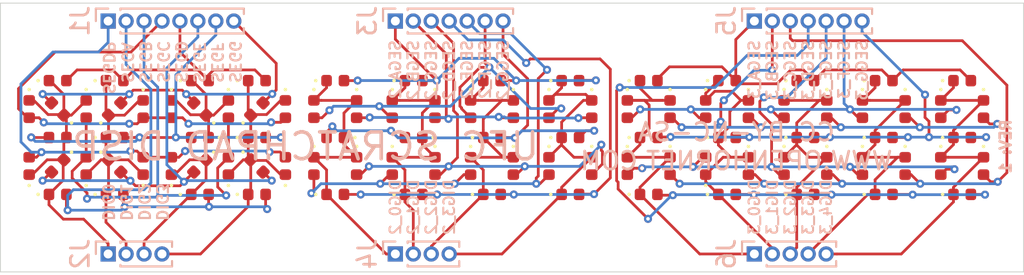
<source format=kicad_pcb>
(kicad_pcb (version 20171130) (host pcbnew "(5.1.9)-1")
  (layers (0 F.Cu signal) (31 B.Cu signal) (34 B.Paste user) (35 F.Paste user) (36 B.SilkS user) (37 F.SilkS user) (38 B.Mask user) (39 F.Mask user) (44 Edge.Cuts user))
  (net 0 "")
  (net 1 /DIG0)
  (net 2 /DIG1)
  (net 3 /DIG2)
  (net 4 /DIG3)
  (net 5 /SEGDP)
  (net 6 /SEGA)
  (net 7 /SEGB)
  (net 8 /SEGC)
  (net 9 /DIG0_2)
  (net 10 /DIG1_2)
  (net 11 /DIG2_2)
  (net 12 /DIG3_2)
  (net 13 /SEGA_2)
  (net 14 /SEGB_2)
  (net 15 /SEGC_2)
  (net 16 /SEGD_2)
  (net 17 /SEGE_2)
  (net 18 /SEGF_2)
  (net 19 /SEGG_2)
  (net 20 /SEGA_3)
  (net 21 /DIG0_3)
  (net 22 /SEGB_3)
  (net 23 /SEGC_3)
  (net 24 /SEGD_3)
  (net 25 /SEGE_3)
  (net 26 /SEGF_3)
  (net 27 /SEGG_3)
  (net 28 /DIG1_3)
  (net 29 /DIG2_3)
  (net 30 /DIG3_3)
  (net 31 /DIG4_3)
  (net 32 /SEGD)
  (net 33 /SEGG)
  (net 34 /SEGF)
  (net 35 /SEGE)
  (module LED_SMD:LED_0402_1005Metric (layer F.Cu) (at 160.3375 87.9545 270)
    (fp_text reference D24 hide)
    (fp_text value LED)
    (pad 1 smd roundrect (at -0.485 0 270) (size 0.59 0.64) (layers F.Cu F.Paste F.Mask) (net 3 /DIG2))
    (pad 2 smd roundrect (at 0.485 0 270) (size 0.59 0.64) (layers F.Cu F.Paste F.Mask) (net 7 /SEGB))
  )
  (module LED_SMD:LED_0402_1005Metric (layer F.Cu) (at 161.925 86.367)
    (fp_text reference D26 hide)
    (fp_text value LED)
    (pad 1 smd roundrect (at -0.485 0) (size 0.59 0.64) (layers F.Cu F.Paste F.Mask) (net 4 /DIG3))
    (pad 2 smd roundrect (at 0.485 0) (size 0.59 0.64) (layers F.Cu F.Paste F.Mask) (net 32 /SEGD))
  )
  (module LED_SMD:LED_0402_1005Metric (layer F.Cu) (at 158.75 92.717)
    (fp_text reference D23 hide)
    (fp_text value LED)
    (pad 2 smd roundrect (at 0.485 0) (size 0.59 0.64) (layers F.Cu F.Paste F.Mask) (net 6 /SEGA))
    (pad 1 smd roundrect (at -0.485 0) (size 0.59 0.64) (layers F.Cu F.Paste F.Mask) (net 3 /DIG2))
  )
  (module LED_SMD:LED_0402_1005Metric (layer F.Cu) (at 158.75 91.1295 225)
    (fp_text reference D22 hide)
    (fp_text value LED)
    (pad 1 smd roundrect (at -0.485 0 225) (size 0.59 0.64) (layers F.Cu F.Paste F.Mask) (net 3 /DIG2))
    (pad 2 smd roundrect (at 0.485 0 225) (size 0.59 0.64) (layers F.Cu F.Paste F.Mask) (net 35 /SEGE))
  )
  (module LED_SMD:LED_0402_1005Metric (layer F.Cu) (at 161.925 89.542)
    (fp_text reference D28 hide)
    (fp_text value LED)
    (pad 1 smd roundrect (at -0.485 0) (size 0.59 0.64) (layers F.Cu F.Paste F.Mask) (net 4 /DIG3))
    (pad 2 smd roundrect (at 0.485 0) (size 0.59 0.64) (layers F.Cu F.Paste F.Mask) (net 34 /SEGF))
  )
  (module LED_SMD:LED_0402_1005Metric (layer F.Cu) (at 161.925 91.1295 315)
    (fp_text reference D29 hide)
    (fp_text value LED)
    (pad 2 smd roundrect (at 0.485 0 315) (size 0.59 0.64) (layers F.Cu F.Paste F.Mask) (net 35 /SEGE))
    (pad 1 smd roundrect (at -0.485 0 315) (size 0.59 0.64) (layers F.Cu F.Paste F.Mask) (net 4 /DIG3))
  )
  (module LED_SMD:LED_0402_1005Metric (layer F.Cu) (at 161.925 87.9545 45)
    (fp_text reference D27 hide)
    (fp_text value LED)
    (pad 2 smd roundrect (at 0.485 0 45) (size 0.59 0.64) (layers F.Cu F.Paste F.Mask) (net 33 /SEGG))
    (pad 1 smd roundrect (at -0.485 0 45) (size 0.59 0.64) (layers F.Cu F.Paste F.Mask) (net 4 /DIG3))
  )
  (module LED_SMD:LED_0402_1005Metric (layer F.Cu) (at 161.925 92.717)
    (fp_text reference D30 hide)
    (fp_text value LED)
    (pad 1 smd roundrect (at -0.485 0) (size 0.59 0.64) (layers F.Cu F.Paste F.Mask) (net 4 /DIG3))
    (pad 2 smd roundrect (at 0.485 0) (size 0.59 0.64) (layers F.Cu F.Paste F.Mask) (net 6 /SEGA))
  )
  (module LED_SMD:LED_0402_1005Metric (layer F.Cu) (at 163.5125 87.9545 270)
    (fp_text reference D31 hide)
    (fp_text value LED)
    (pad 2 smd roundrect (at 0.485 0 270) (size 0.59 0.64) (layers F.Cu F.Paste F.Mask) (net 8 /SEGC))
    (pad 1 smd roundrect (at -0.485 0 270) (size 0.59 0.64) (layers F.Cu F.Paste F.Mask) (net 4 /DIG3))
  )
  (module LED_SMD:LED_0402_1005Metric (layer F.Cu) (at 160.3375 91.1295 90)
    (fp_text reference D25 hide)
    (fp_text value LED)
    (pad 2 smd roundrect (at 0.485 0 90) (size 0.59 0.64) (layers F.Cu F.Paste F.Mask) (net 7 /SEGB))
    (pad 1 smd roundrect (at -0.485 0 90) (size 0.59 0.64) (layers F.Cu F.Paste F.Mask) (net 4 /DIG3))
  )
  (module LED_SMD:LED_0402_1005Metric (layer F.Cu) (at 163.5125 91.1295 90)
    (fp_text reference D32 hide)
    (fp_text value LED)
    (pad 1 smd roundrect (at -0.485 0 90) (size 0.59 0.64) (layers F.Cu F.Paste F.Mask) (net 4 /DIG3))
    (pad 2 smd roundrect (at 0.485 0 90) (size 0.59 0.64) (layers F.Cu F.Paste F.Mask) (net 5 /SEGDP))
  )
  (module LED_SMD:LED_0402_1005Metric (layer F.Cu) (at 157.1625 87.9545 270)
    (fp_text reference D17 hide)
    (fp_text value LED)
    (pad 1 smd roundrect (at -0.485 0 270) (size 0.59 0.64) (layers F.Cu F.Paste F.Mask) (net 3 /DIG2))
    (pad 2 smd roundrect (at 0.485 0 270) (size 0.59 0.64) (layers F.Cu F.Paste F.Mask) (net 8 /SEGC))
  )
  (module LED_SMD:LED_0402_1005Metric (layer F.Cu) (at 158.75 86.367)
    (fp_text reference D19 hide)
    (fp_text value LED)
    (pad 1 smd roundrect (at -0.485 0) (size 0.59 0.64) (layers F.Cu F.Paste F.Mask) (net 3 /DIG2))
    (pad 2 smd roundrect (at 0.485 0) (size 0.59 0.64) (layers F.Cu F.Paste F.Mask) (net 32 /SEGD))
  )
  (module LED_SMD:LED_0402_1005Metric (layer F.Cu) (at 158.75 89.542 180)
    (fp_text reference D21 hide)
    (fp_text value LED)
    (pad 2 smd roundrect (at 0.485 0 180) (size 0.59 0.64) (layers F.Cu F.Paste F.Mask) (net 34 /SEGF))
    (pad 1 smd roundrect (at -0.485 0 180) (size 0.59 0.64) (layers F.Cu F.Paste F.Mask) (net 3 /DIG2))
  )
  (module LED_SMD:LED_0402_1005Metric (layer F.Cu) (at 158.75 87.9545 135)
    (fp_text reference D20 hide)
    (fp_text value LED)
    (pad 1 smd roundrect (at -0.485 0 135) (size 0.59 0.64) (layers F.Cu F.Paste F.Mask) (net 3 /DIG2))
    (pad 2 smd roundrect (at 0.485 0 135) (size 0.59 0.64) (layers F.Cu F.Paste F.Mask) (net 33 /SEGG))
  )
  (module LED_SMD:LED_0402_1005Metric (layer F.Cu) (at 157.1625 91.1295 90)
    (fp_text reference D18 hide)
    (fp_text value LED)
    (pad 2 smd roundrect (at 0.485 0 90) (size 0.59 0.64) (layers F.Cu F.Paste F.Mask) (net 5 /SEGDP))
    (pad 1 smd roundrect (at -0.485 0 90) (size 0.59 0.64) (layers F.Cu F.Paste F.Mask) (net 3 /DIG2))
  )
  (module LED_SMD:LED_0402_1005Metric (layer F.Cu) (at 154.0015 87.954 45)
    (fp_text reference D11 hide)
    (fp_text value LED)
    (pad 2 smd roundrect (at 0.485 0 45) (size 0.59 0.64) (layers F.Cu F.Paste F.Mask) (net 33 /SEGG))
    (pad 1 smd roundrect (at -0.485 0 45) (size 0.59 0.64) (layers F.Cu F.Paste F.Mask) (net 2 /DIG1))
  )
  (module LED_SMD:LED_0402_1005Metric (layer F.Cu) (at 150.8265 87.954 135)
    (fp_text reference D4 hide)
    (fp_text value LED)
    (pad 1 smd roundrect (at -0.485 0 135) (size 0.59 0.64) (layers F.Cu F.Paste F.Mask) (net 1 /DIG0))
    (pad 2 smd roundrect (at 0.485 0 135) (size 0.59 0.64) (layers F.Cu F.Paste F.Mask) (net 33 /SEGG))
  )
  (module LED_SMD:LED_0402_1005Metric (layer F.Cu) (at 154.0015 91.129 315)
    (fp_text reference D13 hide)
    (fp_text value LED)
    (pad 2 smd roundrect (at 0.485 0 315) (size 0.59 0.64) (layers F.Cu F.Paste F.Mask) (net 35 /SEGE))
    (pad 1 smd roundrect (at -0.485 0 315) (size 0.59 0.64) (layers F.Cu F.Paste F.Mask) (net 2 /DIG1))
  )
  (module LED_SMD:LED_0402_1005Metric (layer F.Cu) (at 154.0015 86.3665)
    (fp_text reference D10 hide)
    (fp_text value LED)
    (pad 1 smd roundrect (at -0.485 0) (size 0.59 0.64) (layers F.Cu F.Paste F.Mask) (net 2 /DIG1))
    (pad 2 smd roundrect (at 0.485 0) (size 0.59 0.64) (layers F.Cu F.Paste F.Mask) (net 32 /SEGD))
  )
  (module LED_SMD:LED_0402_1005Metric (layer F.Cu) (at 154.0015 89.5415)
    (fp_text reference D12 hide)
    (fp_text value LED)
    (pad 1 smd roundrect (at -0.485 0) (size 0.59 0.64) (layers F.Cu F.Paste F.Mask) (net 2 /DIG1))
    (pad 2 smd roundrect (at 0.485 0) (size 0.59 0.64) (layers F.Cu F.Paste F.Mask) (net 34 /SEGF))
  )
  (module LED_SMD:LED_0402_1005Metric (layer F.Cu) (at 152.414 91.129 90)
    (fp_text reference D9 hide)
    (fp_text value LED)
    (pad 1 smd roundrect (at -0.485 0 90) (size 0.59 0.64) (layers F.Cu F.Paste F.Mask) (net 2 /DIG1))
    (pad 2 smd roundrect (at 0.485 0 90) (size 0.59 0.64) (layers F.Cu F.Paste F.Mask) (net 7 /SEGB))
  )
  (module LED_SMD:LED_0402_1005Metric (layer F.Cu) (at 150.8265 89.5415 180)
    (fp_text reference D5 hide)
    (fp_text value LED)
    (pad 2 smd roundrect (at 0.485 0 180) (size 0.59 0.64) (layers F.Cu F.Paste F.Mask) (net 34 /SEGF))
    (pad 1 smd roundrect (at -0.485 0 180) (size 0.59 0.64) (layers F.Cu F.Paste F.Mask) (net 1 /DIG0))
  )
  (module LED_SMD:LED_0402_1005Metric (layer F.Cu) (at 150.8265 92.7165)
    (fp_text reference D7 hide)
    (fp_text value LED)
    (pad 2 smd roundrect (at 0.485 0) (size 0.59 0.64) (layers F.Cu F.Paste F.Mask) (net 6 /SEGA))
    (pad 1 smd roundrect (at -0.485 0) (size 0.59 0.64) (layers F.Cu F.Paste F.Mask) (net 1 /DIG0))
  )
  (module LED_SMD:LED_0402_1005Metric (layer F.Cu) (at 155.589 87.954 270)
    (fp_text reference D15 hide)
    (fp_text value LED)
    (pad 2 smd roundrect (at 0.485 0 270) (size 0.59 0.64) (layers F.Cu F.Paste F.Mask) (net 8 /SEGC))
    (pad 1 smd roundrect (at -0.485 0 270) (size 0.59 0.64) (layers F.Cu F.Paste F.Mask) (net 2 /DIG1))
  )
  (module LED_SMD:LED_0402_1005Metric (layer F.Cu) (at 150.8265 91.129 225)
    (fp_text reference D6 hide)
    (fp_text value LED)
    (pad 1 smd roundrect (at -0.485 0 225) (size 0.59 0.64) (layers F.Cu F.Paste F.Mask) (net 1 /DIG0))
    (pad 2 smd roundrect (at 0.485 0 225) (size 0.59 0.64) (layers F.Cu F.Paste F.Mask) (net 35 /SEGE))
  )
  (module LED_SMD:LED_0402_1005Metric (layer F.Cu) (at 155.589 91.129 90)
    (fp_text reference D16 hide)
    (fp_text value LED)
    (pad 1 smd roundrect (at -0.485 0 90) (size 0.59 0.64) (layers F.Cu F.Paste F.Mask) (net 2 /DIG1))
    (pad 2 smd roundrect (at 0.485 0 90) (size 0.59 0.64) (layers F.Cu F.Paste F.Mask) (net 5 /SEGDP))
  )
  (module LED_SMD:LED_0402_1005Metric (layer F.Cu) (at 152.414 87.954 270)
    (fp_text reference D8 hide)
    (fp_text value LED)
    (pad 1 smd roundrect (at -0.485 0 270) (size 0.59 0.64) (layers F.Cu F.Paste F.Mask) (net 1 /DIG0))
    (pad 2 smd roundrect (at 0.485 0 270) (size 0.59 0.64) (layers F.Cu F.Paste F.Mask) (net 7 /SEGB))
  )
  (module LED_SMD:LED_0402_1005Metric (layer F.Cu) (at 154.0015 92.7165)
    (fp_text reference D14 hide)
    (fp_text value LED)
    (pad 1 smd roundrect (at -0.485 0) (size 0.59 0.64) (layers F.Cu F.Paste F.Mask) (net 2 /DIG1))
    (pad 2 smd roundrect (at 0.485 0) (size 0.59 0.64) (layers F.Cu F.Paste F.Mask) (net 6 /SEGA))
  )
  (module LED_SMD:LED_0402_1005Metric (layer F.Cu) (at 150.8265 86.3665)
    (fp_text reference D3 hide)
    (fp_text value LED)
    (pad 2 smd roundrect (at 0.485 0) (size 0.59 0.64) (layers F.Cu F.Paste F.Mask) (net 32 /SEGD))
    (pad 1 smd roundrect (at -0.485 0) (size 0.59 0.64) (layers F.Cu F.Paste F.Mask) (net 1 /DIG0))
  )
  (module LED_SMD:LED_0402_1005Metric (layer F.Cu) (at 149.239 91.129 90)
    (fp_text reference D2 hide)
    (fp_text value LED)
    (pad 1 smd roundrect (at -0.485 0 90) (size 0.59 0.64) (layers F.Cu F.Paste F.Mask) (net 1 /DIG0))
    (pad 2 smd roundrect (at 0.485 0 90) (size 0.59 0.64) (layers F.Cu F.Paste F.Mask) (net 5 /SEGDP))
  )
  (module LED_SMD:LED_0402_1005Metric (layer F.Cu) (at 149.239 87.954 270)
    (fp_text reference D1 hide)
    (fp_text value LED)
    (pad 1 smd roundrect (at -0.485 0 270) (size 0.59 0.64) (layers F.Cu F.Paste F.Mask) (net 1 /DIG0))
    (pad 2 smd roundrect (at 0.485 0 270) (size 0.59 0.64) (layers F.Cu F.Paste F.Mask) (net 8 /SEGC))
  )
  (module LED_SMD:LED_0402_1005Metric (layer F.Cu) (at 166.290625 86.367)
    (fp_text reference D33 hide)
    (fp_text value LED)
    (pad 2 smd roundrect (at 0.485 0) (size 0.59 0.64) (layers F.Cu F.Paste F.Mask) (net 13 /SEGA_2))
    (pad 1 smd roundrect (at -0.485 0) (size 0.59 0.64) (layers F.Cu F.Paste F.Mask) (net 9 /DIG0_2))
  )
  (module LED_SMD:LED_0402_1005Metric (layer F.Cu) (at 167.48125 87.9545 270)
    (fp_text reference D34 hide)
    (fp_text value LED)
    (pad 1 smd roundrect (at -0.485 0 270) (size 0.59 0.64) (layers F.Cu F.Paste F.Mask) (net 9 /DIG0_2))
    (pad 2 smd roundrect (at 0.485 0 270) (size 0.59 0.64) (layers F.Cu F.Paste F.Mask) (net 14 /SEGB_2))
  )
  (module LED_SMD:LED_0402_1005Metric (layer F.Cu) (at 167.48125 91.1295 270)
    (fp_text reference D35 hide)
    (fp_text value LED)
    (pad 2 smd roundrect (at 0.485 0 270) (size 0.59 0.64) (layers F.Cu F.Paste F.Mask) (net 15 /SEGC_2))
    (pad 1 smd roundrect (at -0.485 0 270) (size 0.59 0.64) (layers F.Cu F.Paste F.Mask) (net 9 /DIG0_2))
  )
  (module LED_SMD:LED_0402_1005Metric (layer F.Cu) (at 166.290625 92.717)
    (fp_text reference D36 hide)
    (fp_text value LED)
    (pad 1 smd roundrect (at -0.485 0) (size 0.59 0.64) (layers F.Cu F.Paste F.Mask) (net 9 /DIG0_2))
    (pad 2 smd roundrect (at 0.485 0) (size 0.59 0.64) (layers F.Cu F.Paste F.Mask) (net 16 /SEGD_2))
  )
  (module LED_SMD:LED_0402_1005Metric (layer F.Cu) (at 165.1 91.1295 270)
    (fp_text reference D37 hide)
    (fp_text value LED)
    (pad 2 smd roundrect (at 0.485 0 270) (size 0.59 0.64) (layers F.Cu F.Paste F.Mask) (net 17 /SEGE_2))
    (pad 1 smd roundrect (at -0.485 0 270) (size 0.59 0.64) (layers F.Cu F.Paste F.Mask) (net 9 /DIG0_2))
  )
  (module LED_SMD:LED_0402_1005Metric (layer F.Cu) (at 165.1 87.9545 270)
    (fp_text reference D38 hide)
    (fp_text value LED)
    (pad 1 smd roundrect (at -0.485 0 270) (size 0.59 0.64) (layers F.Cu F.Paste F.Mask) (net 9 /DIG0_2))
    (pad 2 smd roundrect (at 0.485 0 270) (size 0.59 0.64) (layers F.Cu F.Paste F.Mask) (net 18 /SEGF_2))
  )
  (module LED_SMD:LED_0402_1005Metric (layer F.Cu) (at 166.290625 89.542 180)
    (fp_text reference D39 hide)
    (fp_text value LED)
    (pad 2 smd roundrect (at 0.485 0 180) (size 0.59 0.64) (layers F.Cu F.Paste F.Mask) (net 19 /SEGG_2))
    (pad 1 smd roundrect (at -0.485 0 180) (size 0.59 0.64) (layers F.Cu F.Paste F.Mask) (net 9 /DIG0_2))
  )
  (module LED_SMD:LED_0402_1005Metric (layer F.Cu) (at 170.65625 86.367)
    (fp_text reference D40 hide)
    (fp_text value LED)
    (pad 1 smd roundrect (at -0.485 0) (size 0.59 0.64) (layers F.Cu F.Paste F.Mask) (net 10 /DIG1_2))
    (pad 2 smd roundrect (at 0.485 0) (size 0.59 0.64) (layers F.Cu F.Paste F.Mask) (net 13 /SEGA_2))
  )
  (module LED_SMD:LED_0402_1005Metric (layer F.Cu) (at 171.846875 87.9545 270)
    (fp_text reference D41 hide)
    (fp_text value LED)
    (pad 2 smd roundrect (at 0.485 0 270) (size 0.59 0.64) (layers F.Cu F.Paste F.Mask) (net 14 /SEGB_2))
    (pad 1 smd roundrect (at -0.485 0 270) (size 0.59 0.64) (layers F.Cu F.Paste F.Mask) (net 10 /DIG1_2))
  )
  (module LED_SMD:LED_0402_1005Metric (layer F.Cu) (at 171.846875 91.1295 270)
    (fp_text reference D42 hide)
    (fp_text value LED)
    (pad 1 smd roundrect (at -0.485 0 270) (size 0.59 0.64) (layers F.Cu F.Paste F.Mask) (net 10 /DIG1_2))
    (pad 2 smd roundrect (at 0.485 0 270) (size 0.59 0.64) (layers F.Cu F.Paste F.Mask) (net 15 /SEGC_2))
  )
  (module LED_SMD:LED_0402_1005Metric (layer F.Cu) (at 170.65625 92.717)
    (fp_text reference D43 hide)
    (fp_text value LED)
    (pad 2 smd roundrect (at 0.485 0) (size 0.59 0.64) (layers F.Cu F.Paste F.Mask) (net 16 /SEGD_2))
    (pad 1 smd roundrect (at -0.485 0) (size 0.59 0.64) (layers F.Cu F.Paste F.Mask) (net 10 /DIG1_2))
  )
  (module LED_SMD:LED_0402_1005Metric (layer F.Cu) (at 169.465625 91.1295 270)
    (fp_text reference D44 hide)
    (fp_text value LED)
    (pad 1 smd roundrect (at -0.485 0 270) (size 0.59 0.64) (layers F.Cu F.Paste F.Mask) (net 10 /DIG1_2))
    (pad 2 smd roundrect (at 0.485 0 270) (size 0.59 0.64) (layers F.Cu F.Paste F.Mask) (net 17 /SEGE_2))
  )
  (module LED_SMD:LED_0402_1005Metric (layer F.Cu) (at 169.465625 87.9545 270)
    (fp_text reference D45 hide)
    (fp_text value LED)
    (pad 2 smd roundrect (at 0.485 0 270) (size 0.59 0.64) (layers F.Cu F.Paste F.Mask) (net 18 /SEGF_2))
    (pad 1 smd roundrect (at -0.485 0 270) (size 0.59 0.64) (layers F.Cu F.Paste F.Mask) (net 10 /DIG1_2))
  )
  (module LED_SMD:LED_0402_1005Metric (layer F.Cu) (at 170.65625 89.542 180)
    (fp_text reference D46 hide)
    (fp_text value LED)
    (pad 1 smd roundrect (at -0.485 0 180) (size 0.59 0.64) (layers F.Cu F.Paste F.Mask) (net 10 /DIG1_2))
    (pad 2 smd roundrect (at 0.485 0 180) (size 0.59 0.64) (layers F.Cu F.Paste F.Mask) (net 19 /SEGG_2))
  )
  (module LED_SMD:LED_0402_1005Metric (layer F.Cu) (at 175.021875 86.367)
    (fp_text reference D47 hide)
    (fp_text value LED)
    (pad 2 smd roundrect (at 0.485 0) (size 0.59 0.64) (layers F.Cu F.Paste F.Mask) (net 13 /SEGA_2))
    (pad 1 smd roundrect (at -0.485 0) (size 0.59 0.64) (layers F.Cu F.Paste F.Mask) (net 11 /DIG2_2))
  )
  (module LED_SMD:LED_0402_1005Metric (layer F.Cu) (at 176.2125 87.9545 270)
    (fp_text reference D48 hide)
    (fp_text value LED)
    (pad 1 smd roundrect (at -0.485 0 270) (size 0.59 0.64) (layers F.Cu F.Paste F.Mask) (net 11 /DIG2_2))
    (pad 2 smd roundrect (at 0.485 0 270) (size 0.59 0.64) (layers F.Cu F.Paste F.Mask) (net 14 /SEGB_2))
  )
  (module LED_SMD:LED_0402_1005Metric (layer F.Cu) (at 176.2125 91.1295 270)
    (fp_text reference D49 hide)
    (fp_text value LED)
    (pad 2 smd roundrect (at 0.485 0 270) (size 0.59 0.64) (layers F.Cu F.Paste F.Mask) (net 15 /SEGC_2))
    (pad 1 smd roundrect (at -0.485 0 270) (size 0.59 0.64) (layers F.Cu F.Paste F.Mask) (net 11 /DIG2_2))
  )
  (module LED_SMD:LED_0402_1005Metric (layer F.Cu) (at 175.021875 92.717)
    (fp_text reference D50 hide)
    (fp_text value LED)
    (pad 1 smd roundrect (at -0.485 0) (size 0.59 0.64) (layers F.Cu F.Paste F.Mask) (net 11 /DIG2_2))
    (pad 2 smd roundrect (at 0.485 0) (size 0.59 0.64) (layers F.Cu F.Paste F.Mask) (net 16 /SEGD_2))
  )
  (module LED_SMD:LED_0402_1005Metric (layer F.Cu) (at 173.83125 91.1295 270)
    (fp_text reference D51 hide)
    (fp_text value LED)
    (pad 2 smd roundrect (at 0.485 0 270) (size 0.59 0.64) (layers F.Cu F.Paste F.Mask) (net 17 /SEGE_2))
    (pad 1 smd roundrect (at -0.485 0 270) (size 0.59 0.64) (layers F.Cu F.Paste F.Mask) (net 11 /DIG2_2))
  )
  (module LED_SMD:LED_0402_1005Metric (layer F.Cu) (at 173.83125 87.9545 270)
    (fp_text reference D52 hide)
    (fp_text value LED)
    (pad 1 smd roundrect (at -0.485 0 270) (size 0.59 0.64) (layers F.Cu F.Paste F.Mask) (net 11 /DIG2_2))
    (pad 2 smd roundrect (at 0.485 0 270) (size 0.59 0.64) (layers F.Cu F.Paste F.Mask) (net 18 /SEGF_2))
  )
  (module LED_SMD:LED_0402_1005Metric (layer F.Cu) (at 175.021875 89.542)
    (fp_text reference D53 hide)
    (fp_text value LED)
    (pad 2 smd roundrect (at 0.485 0) (size 0.59 0.64) (layers F.Cu F.Paste F.Mask) (net 19 /SEGG_2))
    (pad 1 smd roundrect (at -0.485 0) (size 0.59 0.64) (layers F.Cu F.Paste F.Mask) (net 11 /DIG2_2))
  )
  (module LED_SMD:LED_0402_1005Metric (layer F.Cu) (at 179.3875 86.367)
    (fp_text reference D54 hide)
    (fp_text value LED)
    (pad 1 smd roundrect (at -0.485 0) (size 0.59 0.64) (layers F.Cu F.Paste F.Mask) (net 12 /DIG3_2))
    (pad 2 smd roundrect (at 0.485 0) (size 0.59 0.64) (layers F.Cu F.Paste F.Mask) (net 13 /SEGA_2))
  )
  (module LED_SMD:LED_0402_1005Metric (layer F.Cu) (at 180.578125 87.9545 270)
    (fp_text reference D55 hide)
    (fp_text value LED)
    (pad 2 smd roundrect (at 0.485 0 270) (size 0.59 0.64) (layers F.Cu F.Paste F.Mask) (net 14 /SEGB_2))
    (pad 1 smd roundrect (at -0.485 0 270) (size 0.59 0.64) (layers F.Cu F.Paste F.Mask) (net 12 /DIG3_2))
  )
  (module LED_SMD:LED_0402_1005Metric (layer F.Cu) (at 180.578125 91.1295 270)
    (fp_text reference D56 hide)
    (fp_text value LED)
    (pad 1 smd roundrect (at -0.485 0 270) (size 0.59 0.64) (layers F.Cu F.Paste F.Mask) (net 12 /DIG3_2))
    (pad 2 smd roundrect (at 0.485 0 270) (size 0.59 0.64) (layers F.Cu F.Paste F.Mask) (net 15 /SEGC_2))
  )
  (module LED_SMD:LED_0402_1005Metric (layer F.Cu) (at 179.3875 92.717)
    (fp_text reference D57 hide)
    (fp_text value LED)
    (pad 2 smd roundrect (at 0.485 0) (size 0.59 0.64) (layers F.Cu F.Paste F.Mask) (net 16 /SEGD_2))
    (pad 1 smd roundrect (at -0.485 0) (size 0.59 0.64) (layers F.Cu F.Paste F.Mask) (net 12 /DIG3_2))
  )
  (module LED_SMD:LED_0402_1005Metric (layer F.Cu) (at 178.196875 91.1295 270)
    (fp_text reference D58 hide)
    (fp_text value LED)
    (pad 1 smd roundrect (at -0.485 0 270) (size 0.59 0.64) (layers F.Cu F.Paste F.Mask) (net 12 /DIG3_2))
    (pad 2 smd roundrect (at 0.485 0 270) (size 0.59 0.64) (layers F.Cu F.Paste F.Mask) (net 17 /SEGE_2))
  )
  (module LED_SMD:LED_0402_1005Metric (layer F.Cu) (at 178.196875 87.9545 270)
    (fp_text reference D59 hide)
    (fp_text value LED)
    (pad 2 smd roundrect (at 0.485 0 270) (size 0.59 0.64) (layers F.Cu F.Paste F.Mask) (net 18 /SEGF_2))
    (pad 1 smd roundrect (at -0.485 0 270) (size 0.59 0.64) (layers F.Cu F.Paste F.Mask) (net 12 /DIG3_2))
  )
  (module LED_SMD:LED_0402_1005Metric (layer F.Cu) (at 179.3875 89.542)
    (fp_text reference D60 hide)
    (fp_text value LED)
    (pad 1 smd roundrect (at -0.485 0) (size 0.59 0.64) (layers F.Cu F.Paste F.Mask) (net 12 /DIG3_2))
    (pad 2 smd roundrect (at 0.485 0) (size 0.59 0.64) (layers F.Cu F.Paste F.Mask) (net 19 /SEGG_2))
  )
  (module LED_SMD:LED_0402_1005Metric (layer F.Cu) (at 183.753125 86.367)
    (fp_text reference D61 hide)
    (fp_text value LED)
    (pad 2 smd roundrect (at 0.485 0) (size 0.59 0.64) (layers F.Cu F.Paste F.Mask) (net 20 /SEGA_3))
    (pad 1 smd roundrect (at -0.485 0) (size 0.59 0.64) (layers F.Cu F.Paste F.Mask) (net 21 /DIG0_3))
  )
  (module LED_SMD:LED_0402_1005Metric (layer F.Cu) (at 184.94375 87.9545 270)
    (fp_text reference D62 hide)
    (fp_text value LED)
    (pad 1 smd roundrect (at -0.485 0 270) (size 0.59 0.64) (layers F.Cu F.Paste F.Mask) (net 21 /DIG0_3))
    (pad 2 smd roundrect (at 0.485 0 270) (size 0.59 0.64) (layers F.Cu F.Paste F.Mask) (net 22 /SEGB_3))
  )
  (module LED_SMD:LED_0402_1005Metric (layer F.Cu) (at 184.94375 91.1295 270)
    (fp_text reference D63 hide)
    (fp_text value LED)
    (pad 2 smd roundrect (at 0.485 0 270) (size 0.59 0.64) (layers F.Cu F.Paste F.Mask) (net 23 /SEGC_3))
    (pad 1 smd roundrect (at -0.485 0 270) (size 0.59 0.64) (layers F.Cu F.Paste F.Mask) (net 21 /DIG0_3))
  )
  (module LED_SMD:LED_0402_1005Metric (layer F.Cu) (at 183.753125 92.717)
    (fp_text reference D64 hide)
    (fp_text value LED)
    (pad 1 smd roundrect (at -0.485 0) (size 0.59 0.64) (layers F.Cu F.Paste F.Mask) (net 21 /DIG0_3))
    (pad 2 smd roundrect (at 0.485 0) (size 0.59 0.64) (layers F.Cu F.Paste F.Mask) (net 24 /SEGD_3))
  )
  (module LED_SMD:LED_0402_1005Metric (layer F.Cu) (at 182.5625 91.1295 270)
    (fp_text reference D65 hide)
    (fp_text value LED)
    (pad 2 smd roundrect (at 0.485 0 270) (size 0.59 0.64) (layers F.Cu F.Paste F.Mask) (net 25 /SEGE_3))
    (pad 1 smd roundrect (at -0.485 0 270) (size 0.59 0.64) (layers F.Cu F.Paste F.Mask) (net 21 /DIG0_3))
  )
  (module LED_SMD:LED_0402_1005Metric (layer F.Cu) (at 182.5625 87.9545 270)
    (fp_text reference D66 hide)
    (fp_text value LED)
    (pad 1 smd roundrect (at -0.485 0 270) (size 0.59 0.64) (layers F.Cu F.Paste F.Mask) (net 21 /DIG0_3))
    (pad 2 smd roundrect (at 0.485 0 270) (size 0.59 0.64) (layers F.Cu F.Paste F.Mask) (net 26 /SEGF_3))
  )
  (module LED_SMD:LED_0402_1005Metric (layer F.Cu) (at 183.753125 89.542)
    (fp_text reference D67 hide)
    (fp_text value LED)
    (pad 2 smd roundrect (at 0.485 0) (size 0.59 0.64) (layers F.Cu F.Paste F.Mask) (net 27 /SEGG_3))
    (pad 1 smd roundrect (at -0.485 0) (size 0.59 0.64) (layers F.Cu F.Paste F.Mask) (net 21 /DIG0_3))
  )
  (module LED_SMD:LED_0402_1005Metric (layer F.Cu) (at 188.11875 86.367)
    (fp_text reference D68 hide)
    (fp_text value LED)
    (pad 1 smd roundrect (at -0.485 0) (size 0.59 0.64) (layers F.Cu F.Paste F.Mask) (net 28 /DIG1_3))
    (pad 2 smd roundrect (at 0.485 0) (size 0.59 0.64) (layers F.Cu F.Paste F.Mask) (net 20 /SEGA_3))
  )
  (module LED_SMD:LED_0402_1005Metric (layer F.Cu) (at 189.309375 87.9545 270)
    (fp_text reference D69 hide)
    (fp_text value LED)
    (pad 2 smd roundrect (at 0.485 0 270) (size 0.59 0.64) (layers F.Cu F.Paste F.Mask) (net 22 /SEGB_3))
    (pad 1 smd roundrect (at -0.485 0 270) (size 0.59 0.64) (layers F.Cu F.Paste F.Mask) (net 28 /DIG1_3))
  )
  (module LED_SMD:LED_0402_1005Metric (layer F.Cu) (at 189.309375 91.1295 270)
    (fp_text reference D70 hide)
    (fp_text value LED)
    (pad 1 smd roundrect (at -0.485 0 270) (size 0.59 0.64) (layers F.Cu F.Paste F.Mask) (net 28 /DIG1_3))
    (pad 2 smd roundrect (at 0.485 0 270) (size 0.59 0.64) (layers F.Cu F.Paste F.Mask) (net 23 /SEGC_3))
  )
  (module LED_SMD:LED_0402_1005Metric (layer F.Cu) (at 188.11875 92.717)
    (fp_text reference D71 hide)
    (fp_text value LED)
    (pad 2 smd roundrect (at 0.485 0) (size 0.59 0.64) (layers F.Cu F.Paste F.Mask) (net 24 /SEGD_3))
    (pad 1 smd roundrect (at -0.485 0) (size 0.59 0.64) (layers F.Cu F.Paste F.Mask) (net 28 /DIG1_3))
  )
  (module LED_SMD:LED_0402_1005Metric (layer F.Cu) (at 186.928125 91.1295 90)
    (fp_text reference D72 hide)
    (fp_text value LED)
    (pad 1 smd roundrect (at -0.485 0 90) (size 0.59 0.64) (layers F.Cu F.Paste F.Mask) (net 28 /DIG1_3))
    (pad 2 smd roundrect (at 0.485 0 90) (size 0.59 0.64) (layers F.Cu F.Paste F.Mask) (net 25 /SEGE_3))
  )
  (module LED_SMD:LED_0402_1005Metric (layer F.Cu) (at 186.928125 87.9545 270)
    (fp_text reference D73 hide)
    (fp_text value LED)
    (pad 1 smd roundrect (at -0.485 0 270) (size 0.59 0.64) (layers F.Cu F.Paste F.Mask) (net 28 /DIG1_3))
    (pad 2 smd roundrect (at 0.485 0 270) (size 0.59 0.64) (layers F.Cu F.Paste F.Mask) (net 26 /SEGF_3))
  )
  (module LED_SMD:LED_0402_1005Metric (layer F.Cu) (at 188.11875 89.542)
    (fp_text reference D74 hide)
    (fp_text value LED)
    (pad 2 smd roundrect (at 0.485 0) (size 0.59 0.64) (layers F.Cu F.Paste F.Mask) (net 27 /SEGG_3))
    (pad 1 smd roundrect (at -0.485 0) (size 0.59 0.64) (layers F.Cu F.Paste F.Mask) (net 28 /DIG1_3))
  )
  (module LED_SMD:LED_0402_1005Metric (layer F.Cu) (at 192.484375 86.367)
    (fp_text reference D75 hide)
    (fp_text value LED)
    (pad 1 smd roundrect (at -0.485 0) (size 0.59 0.64) (layers F.Cu F.Paste F.Mask) (net 29 /DIG2_3))
    (pad 2 smd roundrect (at 0.485 0) (size 0.59 0.64) (layers F.Cu F.Paste F.Mask) (net 20 /SEGA_3))
  )
  (module LED_SMD:LED_0402_1005Metric (layer F.Cu) (at 193.675 87.9545 270)
    (fp_text reference D76 hide)
    (fp_text value LED)
    (pad 2 smd roundrect (at 0.485 0 270) (size 0.59 0.64) (layers F.Cu F.Paste F.Mask) (net 22 /SEGB_3))
    (pad 1 smd roundrect (at -0.485 0 270) (size 0.59 0.64) (layers F.Cu F.Paste F.Mask) (net 29 /DIG2_3))
  )
  (module LED_SMD:LED_0402_1005Metric (layer F.Cu) (at 193.675 91.1295 270)
    (fp_text reference D77 hide)
    (fp_text value LED)
    (pad 1 smd roundrect (at -0.485 0 270) (size 0.59 0.64) (layers F.Cu F.Paste F.Mask) (net 29 /DIG2_3))
    (pad 2 smd roundrect (at 0.485 0 270) (size 0.59 0.64) (layers F.Cu F.Paste F.Mask) (net 23 /SEGC_3))
  )
  (module LED_SMD:LED_0402_1005Metric (layer F.Cu) (at 192.484375 92.717)
    (fp_text reference D78 hide)
    (fp_text value LED)
    (pad 2 smd roundrect (at 0.485 0) (size 0.59 0.64) (layers F.Cu F.Paste F.Mask) (net 24 /SEGD_3))
    (pad 1 smd roundrect (at -0.485 0) (size 0.59 0.64) (layers F.Cu F.Paste F.Mask) (net 29 /DIG2_3))
  )
  (module LED_SMD:LED_0402_1005Metric (layer F.Cu) (at 191.29375 91.1295 270)
    (fp_text reference D79 hide)
    (fp_text value LED)
    (pad 1 smd roundrect (at -0.485 0 270) (size 0.59 0.64) (layers F.Cu F.Paste F.Mask) (net 29 /DIG2_3))
    (pad 2 smd roundrect (at 0.485 0 270) (size 0.59 0.64) (layers F.Cu F.Paste F.Mask) (net 25 /SEGE_3))
  )
  (module LED_SMD:LED_0402_1005Metric (layer F.Cu) (at 191.29375 87.9545 270)
    (fp_text reference D80 hide)
    (fp_text value LED)
    (pad 2 smd roundrect (at 0.485 0 270) (size 0.59 0.64) (layers F.Cu F.Paste F.Mask) (net 26 /SEGF_3))
    (pad 1 smd roundrect (at -0.485 0 270) (size 0.59 0.64) (layers F.Cu F.Paste F.Mask) (net 29 /DIG2_3))
  )
  (module LED_SMD:LED_0402_1005Metric (layer F.Cu) (at 192.484375 89.542)
    (fp_text reference D81 hide)
    (fp_text value LED)
    (pad 1 smd roundrect (at -0.485 0) (size 0.59 0.64) (layers F.Cu F.Paste F.Mask) (net 29 /DIG2_3))
    (pad 2 smd roundrect (at 0.485 0) (size 0.59 0.64) (layers F.Cu F.Paste F.Mask) (net 27 /SEGG_3))
  )
  (module LED_SMD:LED_0402_1005Metric (layer F.Cu) (at 196.85 86.367)
    (fp_text reference D82 hide)
    (fp_text value LED)
    (pad 2 smd roundrect (at 0.485 0) (size 0.59 0.64) (layers F.Cu F.Paste F.Mask) (net 20 /SEGA_3))
    (pad 1 smd roundrect (at -0.485 0) (size 0.59 0.64) (layers F.Cu F.Paste F.Mask) (net 30 /DIG3_3))
  )
  (module LED_SMD:LED_0402_1005Metric (layer F.Cu) (at 198.040625 87.9545 270)
    (fp_text reference D83 hide)
    (fp_text value LED)
    (pad 1 smd roundrect (at -0.485 0 270) (size 0.59 0.64) (layers F.Cu F.Paste F.Mask) (net 30 /DIG3_3))
    (pad 2 smd roundrect (at 0.485 0 270) (size 0.59 0.64) (layers F.Cu F.Paste F.Mask) (net 22 /SEGB_3))
  )
  (module LED_SMD:LED_0402_1005Metric (layer F.Cu) (at 198.040625 91.1295 270)
    (fp_text reference D84 hide)
    (fp_text value LED)
    (pad 2 smd roundrect (at 0.485 0 270) (size 0.59 0.64) (layers F.Cu F.Paste F.Mask) (net 23 /SEGC_3))
    (pad 1 smd roundrect (at -0.485 0 270) (size 0.59 0.64) (layers F.Cu F.Paste F.Mask) (net 30 /DIG3_3))
  )
  (module LED_SMD:LED_0402_1005Metric (layer F.Cu) (at 196.85 92.717)
    (fp_text reference D85 hide)
    (fp_text value LED)
    (pad 1 smd roundrect (at -0.485 0) (size 0.59 0.64) (layers F.Cu F.Paste F.Mask) (net 30 /DIG3_3))
    (pad 2 smd roundrect (at 0.485 0) (size 0.59 0.64) (layers F.Cu F.Paste F.Mask) (net 24 /SEGD_3))
  )
  (module LED_SMD:LED_0402_1005Metric (layer F.Cu) (at 195.659375 91.1295 270)
    (fp_text reference D86 hide)
    (fp_text value LED)
    (pad 2 smd roundrect (at 0.485 0 270) (size 0.59 0.64) (layers F.Cu F.Paste F.Mask) (net 25 /SEGE_3))
    (pad 1 smd roundrect (at -0.485 0 270) (size 0.59 0.64) (layers F.Cu F.Paste F.Mask) (net 30 /DIG3_3))
  )
  (module LED_SMD:LED_0402_1005Metric (layer F.Cu) (at 195.659375 87.9545 270)
    (fp_text reference D87 hide)
    (fp_text value LED)
    (pad 1 smd roundrect (at -0.485 0 270) (size 0.59 0.64) (layers F.Cu F.Paste F.Mask) (net 30 /DIG3_3))
    (pad 2 smd roundrect (at 0.485 0 270) (size 0.59 0.64) (layers F.Cu F.Paste F.Mask) (net 26 /SEGF_3))
  )
  (module LED_SMD:LED_0402_1005Metric (layer F.Cu) (at 196.85 89.542)
    (fp_text reference D88 hide)
    (fp_text value LED)
    (pad 2 smd roundrect (at 0.485 0) (size 0.59 0.64) (layers F.Cu F.Paste F.Mask) (net 27 /SEGG_3))
    (pad 1 smd roundrect (at -0.485 0) (size 0.59 0.64) (layers F.Cu F.Paste F.Mask) (net 30 /DIG3_3))
  )
  (module LED_SMD:LED_0402_1005Metric (layer F.Cu) (at 201.215625 86.367)
    (fp_text reference D89 hide)
    (fp_text value LED)
    (pad 1 smd roundrect (at -0.485 0) (size 0.59 0.64) (layers F.Cu F.Paste F.Mask) (net 31 /DIG4_3))
    (pad 2 smd roundrect (at 0.485 0) (size 0.59 0.64) (layers F.Cu F.Paste F.Mask) (net 20 /SEGA_3))
  )
  (module LED_SMD:LED_0402_1005Metric (layer F.Cu) (at 202.40625 87.9545 270)
    (fp_text reference D90 hide)
    (fp_text value LED)
    (pad 2 smd roundrect (at 0.485 0 270) (size 0.59 0.64) (layers F.Cu F.Paste F.Mask) (net 22 /SEGB_3))
    (pad 1 smd roundrect (at -0.485 0 270) (size 0.59 0.64) (layers F.Cu F.Paste F.Mask) (net 31 /DIG4_3))
  )
  (module LED_SMD:LED_0402_1005Metric (layer F.Cu) (at 202.40625 91.1295 270)
    (fp_text reference D91 hide)
    (fp_text value LED)
    (pad 1 smd roundrect (at -0.485 0 270) (size 0.59 0.64) (layers F.Cu F.Paste F.Mask) (net 31 /DIG4_3))
    (pad 2 smd roundrect (at 0.485 0 270) (size 0.59 0.64) (layers F.Cu F.Paste F.Mask) (net 23 /SEGC_3))
  )
  (module LED_SMD:LED_0402_1005Metric (layer F.Cu) (at 201.215625 92.717)
    (fp_text reference D92 hide)
    (fp_text value LED)
    (pad 2 smd roundrect (at 0.485 0) (size 0.59 0.64) (layers F.Cu F.Paste F.Mask) (net 24 /SEGD_3))
    (pad 1 smd roundrect (at -0.485 0) (size 0.59 0.64) (layers F.Cu F.Paste F.Mask) (net 31 /DIG4_3))
  )
  (module LED_SMD:LED_0402_1005Metric (layer F.Cu) (at 200.025 91.1295 270)
    (fp_text reference D93 hide)
    (fp_text value LED)
    (pad 1 smd roundrect (at -0.485 0 270) (size 0.59 0.64) (layers F.Cu F.Paste F.Mask) (net 31 /DIG4_3))
    (pad 2 smd roundrect (at 0.485 0 270) (size 0.59 0.64) (layers F.Cu F.Paste F.Mask) (net 25 /SEGE_3))
  )
  (module LED_SMD:LED_0402_1005Metric (layer F.Cu) (at 200.025 87.9545 270)
    (fp_text reference D94 hide)
    (fp_text value LED)
    (pad 2 smd roundrect (at 0.485 0 270) (size 0.59 0.64) (layers F.Cu F.Paste F.Mask) (net 26 /SEGF_3))
    (pad 1 smd roundrect (at -0.485 0 270) (size 0.59 0.64) (layers F.Cu F.Paste F.Mask) (net 31 /DIG4_3))
  )
  (module LED_SMD:LED_0402_1005Metric (layer F.Cu) (at 201.215625 89.542)
    (fp_text reference D95 hide)
    (fp_text value LED)
    (pad 1 smd roundrect (at -0.485 0) (size 0.59 0.64) (layers F.Cu F.Paste F.Mask) (net 31 /DIG4_3))
    (pad 2 smd roundrect (at 0.485 0) (size 0.59 0.64) (layers F.Cu F.Paste F.Mask) (net 27 /SEGG_3))
  )
  (module Connector_PinHeader_1.00mm:PinHeader_1x08_P1.00mm_Vertical (layer B.Cu) (at 153.6375 83.042 270)
    (fp_text reference J1 (at 0 1.56 90) (layer B.SilkS) (effects (justify mirror)))
    (fp_text value Conn_01x08_Male)
    (pad 1 thru_hole rect (at 0 0 270) (size 0.85 0.85) (drill 0.5) (layers *.Cu *.Mask) (net 5 /SEGDP))
    (pad 2 thru_hole oval (at 0 -1 270) (size 0.85 0.85) (drill 0.5) (layers *.Cu *.Mask) (net 6 /SEGA))
    (pad 3 thru_hole oval (at 0 -2 270) (size 0.85 0.85) (drill 0.5) (layers *.Cu *.Mask) (net 7 /SEGB))
    (pad 4 thru_hole oval (at 0 -3 270) (size 0.85 0.85) (drill 0.5) (layers *.Cu *.Mask) (net 8 /SEGC))
    (pad 5 thru_hole oval (at 0 -4 270) (size 0.85 0.85) (drill 0.5) (layers *.Cu *.Mask) (net 32 /SEGD))
    (pad 6 thru_hole oval (at 0 -5 270) (size 0.85 0.85) (drill 0.5) (layers *.Cu *.Mask) (net 35 /SEGE))
    (pad 7 thru_hole oval (at 0 -6 270) (size 0.85 0.85) (drill 0.5) (layers *.Cu *.Mask) (net 34 /SEGF))
    (pad 8 thru_hole oval (at 0 -7 270) (size 0.85 0.85) (drill 0.5) (layers *.Cu *.Mask) (net 33 /SEGG))
  )
  (module Connector_PinHeader_1.00mm:PinHeader_1x04_P1.00mm_Vertical (layer B.Cu) (at 153.6375 96.042 270)
    (fp_text reference J2 (at 0 1.56 90) (layer B.SilkS) (effects (justify mirror)))
    (fp_text value Conn_01x04_Male)
    (pad 1 thru_hole rect (at 0 0 270) (size 0.85 0.85) (drill 0.5) (layers *.Cu *.Mask) (net 1 /DIG0))
    (pad 2 thru_hole oval (at 0 -1 270) (size 0.85 0.85) (drill 0.5) (layers *.Cu *.Mask) (net 2 /DIG1))
    (pad 3 thru_hole oval (at 0 -2 270) (size 0.85 0.85) (drill 0.5) (layers *.Cu *.Mask) (net 3 /DIG2))
    (pad 4 thru_hole oval (at 0 -3 270) (size 0.85 0.85) (drill 0.5) (layers *.Cu *.Mask) (net 4 /DIG3))
  )
  (module Connector_PinHeader_1.00mm:PinHeader_1x07_P1.00mm_Vertical (layer B.Cu) (at 169.6375 83.042 270)
    (fp_text reference J3 (at 0 1.56 90) (layer B.SilkS) (effects (justify mirror)))
    (fp_text value Conn_01x07_Male)
    (pad 1 thru_hole rect (at 0 0 270) (size 0.85 0.85) (drill 0.5) (layers *.Cu *.Mask) (net 13 /SEGA_2))
    (pad 2 thru_hole oval (at 0 -1 270) (size 0.85 0.85) (drill 0.5) (layers *.Cu *.Mask) (net 14 /SEGB_2))
    (pad 3 thru_hole oval (at 0 -2 270) (size 0.85 0.85) (drill 0.5) (layers *.Cu *.Mask) (net 15 /SEGC_2))
    (pad 4 thru_hole oval (at 0 -3 270) (size 0.85 0.85) (drill 0.5) (layers *.Cu *.Mask) (net 16 /SEGD_2))
    (pad 5 thru_hole oval (at 0 -4 270) (size 0.85 0.85) (drill 0.5) (layers *.Cu *.Mask) (net 17 /SEGE_2))
    (pad 6 thru_hole oval (at 0 -5 270) (size 0.85 0.85) (drill 0.5) (layers *.Cu *.Mask) (net 18 /SEGF_2))
    (pad 7 thru_hole oval (at 0 -6 270) (size 0.85 0.85) (drill 0.5) (layers *.Cu *.Mask) (net 19 /SEGG_2))
  )
  (module Connector_PinHeader_1.00mm:PinHeader_1x04_P1.00mm_Vertical (layer B.Cu) (at 169.6375 96.042 270)
    (fp_text reference J4 (at 0 1.56 90) (layer B.SilkS) (effects (justify mirror)))
    (fp_text value Conn_01x04_Male)
    (pad 4 thru_hole oval (at 0 -3 270) (size 0.85 0.85) (drill 0.5) (layers *.Cu *.Mask) (net 12 /DIG3_2))
    (pad 3 thru_hole oval (at 0 -2 270) (size 0.85 0.85) (drill 0.5) (layers *.Cu *.Mask) (net 11 /DIG2_2))
    (pad 2 thru_hole oval (at 0 -1 270) (size 0.85 0.85) (drill 0.5) (layers *.Cu *.Mask) (net 10 /DIG1_2))
    (pad 1 thru_hole rect (at 0 0 270) (size 0.85 0.85) (drill 0.5) (layers *.Cu *.Mask) (net 9 /DIG0_2))
  )
  (module Connector_PinHeader_1.00mm:PinHeader_1x07_P1.00mm_Vertical (layer B.Cu) (at 189.6375 83.042 270)
    (fp_text reference J5 (at 0 1.56 90) (layer B.SilkS) (effects (justify mirror)))
    (fp_text value Conn_01x07_Male)
    (pad 7 thru_hole oval (at 0 -6 270) (size 0.85 0.85) (drill 0.5) (layers *.Cu *.Mask) (net 27 /SEGG_3))
    (pad 6 thru_hole oval (at 0 -5 270) (size 0.85 0.85) (drill 0.5) (layers *.Cu *.Mask) (net 26 /SEGF_3))
    (pad 5 thru_hole oval (at 0 -4 270) (size 0.85 0.85) (drill 0.5) (layers *.Cu *.Mask) (net 25 /SEGE_3))
    (pad 4 thru_hole oval (at 0 -3 270) (size 0.85 0.85) (drill 0.5) (layers *.Cu *.Mask) (net 24 /SEGD_3))
    (pad 3 thru_hole oval (at 0 -2 270) (size 0.85 0.85) (drill 0.5) (layers *.Cu *.Mask) (net 23 /SEGC_3))
    (pad 2 thru_hole oval (at 0 -1 270) (size 0.85 0.85) (drill 0.5) (layers *.Cu *.Mask) (net 22 /SEGB_3))
    (pad 1 thru_hole rect (at 0 0 270) (size 0.85 0.85) (drill 0.5) (layers *.Cu *.Mask) (net 20 /SEGA_3))
  )
  (module Connector_PinHeader_1.00mm:PinHeader_1x05_P1.00mm_Vertical (layer B.Cu) (at 189.6375 96.042 270)
    (fp_text reference J6 (at 0 1.56 90) (layer B.SilkS) (effects (justify mirror)))
    (fp_text value Conn_01x05_Male)
    (pad 1 thru_hole rect (at 0 0 270) (size 0.85 0.85) (drill 0.5) (layers *.Cu *.Mask) (net 21 /DIG0_3))
    (pad 2 thru_hole oval (at 0 -1 270) (size 0.85 0.85) (drill 0.5) (layers *.Cu *.Mask) (net 28 /DIG1_3))
    (pad 3 thru_hole oval (at 0 -2 270) (size 0.85 0.85) (drill 0.5) (layers *.Cu *.Mask) (net 29 /DIG2_3))
    (pad 4 thru_hole oval (at 0 -3 270) (size 0.85 0.85) (drill 0.5) (layers *.Cu *.Mask) (net 30 /DIG3_3))
    (pad 5 thru_hole oval (at 0 -4 270) (size 0.85 0.85) (drill 0.5) (layers *.Cu *.Mask) (net 31 /DIG4_3))
  )
  (gr_text SEGC_3 (at 191.6375 84.042 90) (layer B.SilkS) (effects (font (size 0.6 0.6) (thickness 0.12)) (justify left mirror)))
  (gr_text SEGG_3 (at 195.6375 84.042 90) (layer B.SilkS) (effects (font (size 0.6 0.6) (thickness 0.12)) (justify left mirror)))
  (gr_text SEGF_3 (at 194.6375 84.042 90) (layer B.SilkS) (effects (font (size 0.6 0.6) (thickness 0.12)) (justify left mirror)))
  (gr_text SEGB_3 (at 190.6375 84.042 90) (layer B.SilkS) (effects (font (size 0.6 0.6) (thickness 0.12)) (justify left mirror)))
  (gr_text SEGD_3 (at 192.6375 84.042 90) (layer B.SilkS) (effects (font (size 0.6 0.6) (thickness 0.12)) (justify left mirror)))
  (gr_text SEGA_3 (at 189.6375 84.042 90) (layer B.SilkS) (effects (font (size 0.6 0.6) (thickness 0.12)) (justify left mirror)))
  (gr_text SEGE_3 (at 193.6375 84.042 90) (layer B.SilkS) (effects (font (size 0.6 0.6) (thickness 0.12)) (justify left mirror)))
  (gr_text SEGG_2 (at 175.6375 84.042 90) (layer B.SilkS) (effects (font (size 0.6 0.6) (thickness 0.12)) (justify left mirror)))
  (gr_text SEGF_2 (at 174.6375 84.042 90) (layer B.SilkS) (effects (font (size 0.6 0.6) (thickness 0.12)) (justify left mirror)))
  (gr_text SEGE_2 (at 173.6375 84.042 90) (layer B.SilkS) (effects (font (size 0.6 0.6) (thickness 0.12)) (justify left mirror)))
  (gr_text SEGD_2 (at 172.6375 84.042 90) (layer B.SilkS) (effects (font (size 0.6 0.6) (thickness 0.12)) (justify left mirror)))
  (gr_text SEGC_2 (at 171.6375 84.042 90) (layer B.SilkS) (effects (font (size 0.6 0.6) (thickness 0.12)) (justify left mirror)))
  (gr_text SEGB_2 (at 170.6375 84.042 90) (layer B.SilkS) (effects (font (size 0.6 0.6) (thickness 0.12)) (justify left mirror)))
  (gr_text SEGA_2 (at 169.6375 84.042 90) (layer B.SilkS) (effects (font (size 0.6 0.6) (thickness 0.12)) (justify left mirror)))
  (gr_text DIG4_3 (at 193.6375 95.042 90) (layer B.SilkS) (effects (font (size 0.6 0.6) (thickness 0.11)) (justify right mirror)))
  (gr_text DIG3_3 (at 192.6375 95.042 90) (layer B.SilkS) (effects (font (size 0.6 0.6) (thickness 0.11)) (justify right mirror)))
  (gr_text DIG2_3 (at 191.6375 95.042 90) (layer B.SilkS) (effects (font (size 0.6 0.6) (thickness 0.11)) (justify right mirror)))
  (gr_text DIG1_3 (at 190.6375 95.042 90) (layer B.SilkS) (effects (font (size 0.6 0.6) (thickness 0.11)) (justify right mirror)))
  (gr_text DIG0_3 (at 189.6375 95.042 90) (layer B.SilkS) (effects (font (size 0.6 0.6) (thickness 0.11)) (justify right mirror)))
  (gr_text DIG3_2 (at 172.6375 95.042 90) (layer B.SilkS) (effects (font (size 0.6 0.6) (thickness 0.11)) (justify right mirror)))
  (gr_text DIG2_2 (at 171.6375 95.042 90) (layer B.SilkS) (effects (font (size 0.6 0.6) (thickness 0.11)) (justify right mirror)))
  (gr_text DIG1_2 (at 170.6375 95.042 90) (layer B.SilkS) (effects (font (size 0.6 0.6) (thickness 0.11)) (justify right mirror)))
  (gr_text DIG0_2 (at 169.6375 95.042 90) (layer B.SilkS) (effects (font (size 0.6 0.6) (thickness 0.11)) (justify right mirror)))
  (gr_text SEGF (at 159.701 86.55 -90) (layer B.SilkS) (effects (font (size 0.6 0.6) (thickness 0.12)) (justify left mirror)))
  (gr_text SEGG (at 160.701 86.55 -90) (layer B.SilkS) (effects (font (size 0.6 0.6) (thickness 0.12)) (justify left mirror)))
  (gr_text SEGE (at 158.701 86.55 -90) (layer B.SilkS) (effects (font (size 0.6 0.6) (thickness 0.12)) (justify left mirror)))
  (gr_text SEGD (at 157.701 86.55 -90) (layer B.SilkS) (effects (font (size 0.6 0.6) (thickness 0.12)) (justify left mirror)))
  (gr_text SEGC (at 156.701 86.55 -90) (layer B.SilkS) (effects (font (size 0.6 0.6) (thickness 0.12)) (justify left mirror)))
  (gr_text SEGB (at 155.701 86.55 -90) (layer B.SilkS) (effects (font (size 0.6 0.6) (thickness 0.12)) (justify left mirror)))
  (gr_text SEGA (at 154.701 86.55 -90) (layer B.SilkS) (effects (font (size 0.6 0.6) (thickness 0.12)) (justify left mirror)))
  (gr_text SEGDP (at 153.67 87.1855 -90) (layer B.SilkS) (effects (font (size 0.6 0.6) (thickness 0.12)) (justify left mirror)))
  (gr_text DIG3 (at 156.6375 92.042 -90) (layer B.SilkS) (effects (font (size 0.6 0.6) (thickness 0.12)) (justify right mirror)))
  (gr_text DIG2 (at 155.6375 92.042 -90) (layer B.SilkS) (effects (font (size 0.6 0.6) (thickness 0.12)) (justify right mirror)))
  (gr_text DIG1 (at 154.6375 92.042 -90) (layer B.SilkS) (effects (font (size 0.6 0.6) (thickness 0.12)) (justify right mirror)))
  (gr_line (start 204.6375 82.042) (end 147.6375 82.042) (layer Edge.Cuts) (width 0.05))
  (gr_line (start 204.6375 97.042) (end 204.6375 82.042) (layer Edge.Cuts) (width 0.05))
  (gr_line (start 147.6375 97.042) (end 204.6375 97.042) (layer Edge.Cuts) (width 0.05))
  (gr_line (start 147.6375 82.042) (end 147.6375 97.042) (layer Edge.Cuts) (width 0.05))
  (gr_text "REV: 1" (at 203.6375 90.042 90) (layer B.SilkS) (effects (font (size 0.6 0.6)) (justify mirror)))
  (gr_text "CC BY-NC-SA\nWWW.OPENHORNET.COM" (at 188.6375 90.042) (layer B.SilkS) (effects (font (size 1 1)) (justify mirror)))
  (gr_text "UFC SCRATCHPAD DISP\n" (at 164.6375 90.042) (layer B.SilkS) (effects (font (size 1.5 1.5) (thickness 0.2)) (justify mirror)))
  (gr_text DIG0 (at 153.6375 92.042 -90) (layer B.SilkS) (effects (font (size 0.6 0.6) (thickness 0.12)) (justify right mirror)))
  (segment (start 151.169447 89.683553) (end 151.3115 89.5415) (width 0.152) (layer F.Cu) (net 1))
  (segment (start 151.169447 90.786053) (end 151.169447 89.683553) (width 0.152) (layer F.Cu) (net 1))
  (segment (start 151.3115 88.439) (end 151.169447 88.296947) (width 0.152) (layer F.Cu) (net 1))
  (segment (start 151.3115 89.5415) (end 151.3115 88.439) (width 0.152) (layer F.Cu) (net 1))
  (segment (start 150.392564 86.3665) (end 150.3415 86.3665) (width 0.152) (layer F.Cu) (net 1))
  (segment (start 151.169447 87.143383) (end 150.392564 86.3665) (width 0.152) (layer F.Cu) (net 1))
  (segment (start 151.169447 88.296947) (end 151.169447 87.143383) (width 0.152) (layer F.Cu) (net 1))
  (segment (start 151.586053 88.296947) (end 152.414 87.469) (width 0.152) (layer F.Cu) (net 1))
  (segment (start 151.169447 88.296947) (end 151.586053 88.296947) (width 0.152) (layer F.Cu) (net 1))
  (segment (start 151.169447 88.296947) (end 151.133337 88.260837) (width 0.152) (layer F.Cu) (net 1))
  (segment (start 151.133337 88.260837) (end 150.290451 88.260837) (width 0.152) (layer F.Cu) (net 1))
  (segment (start 150.290451 88.260837) (end 149.498614 87.469) (width 0.152) (layer F.Cu) (net 1))
  (segment (start 149.498614 87.469) (end 149.239 87.469) (width 0.152) (layer F.Cu) (net 1))
  (segment (start 151.169447 90.786053) (end 150.239431 90.786053) (width 0.152) (layer F.Cu) (net 1))
  (segment (start 149.411484 91.614) (end 149.239 91.614) (width 0.152) (layer F.Cu) (net 1))
  (segment (start 150.239431 90.786053) (end 149.411484 91.614) (width 0.152) (layer F.Cu) (net 1))
  (segment (start 150.3415 92.7165) (end 151.133337 91.924663) (width 0.152) (layer F.Cu) (net 1))
  (segment (start 151.133337 91.924663) (end 151.133337 90.822163) (width 0.152) (layer F.Cu) (net 1))
  (segment (start 151.133337 90.822163) (end 151.169447 90.786053) (width 0.152) (layer F.Cu) (net 1))
  (segment (start 150.3415 93.297982) (end 150.3415 92.7165) (width 0.152) (layer F.Cu) (net 1))
  (segment (start 151.143519 94.100001) (end 150.3415 93.297982) (width 0.152) (layer F.Cu) (net 1))
  (segment (start 153.6375 95.465) (end 152.272501 94.100001) (width 0.152) (layer F.Cu) (net 1))
  (segment (start 152.272501 94.100001) (end 151.143519 94.100001) (width 0.152) (layer F.Cu) (net 1))
  (segment (start 153.6375 96.042) (end 153.6375 95.465) (width 0.152) (layer F.Cu) (net 1))
  (segment (start 153.5165 88.154894) (end 153.658553 88.296947) (width 0.152) (layer F.Cu) (net 2))
  (segment (start 153.5165 86.3665) (end 153.5165 88.154894) (width 0.152) (layer F.Cu) (net 2))
  (segment (start 153.658553 89.399447) (end 153.5165 89.5415) (width 0.152) (layer F.Cu) (net 2))
  (segment (start 153.658553 88.296947) (end 153.658553 89.399447) (width 0.152) (layer F.Cu) (net 2))
  (segment (start 153.5165 90.644) (end 153.658553 90.786053) (width 0.152) (layer F.Cu) (net 2))
  (segment (start 153.5165 89.5415) (end 153.5165 90.644) (width 0.152) (layer F.Cu) (net 2))
  (segment (start 153.241947 90.786053) (end 152.414 91.614) (width 0.152) (layer F.Cu) (net 2))
  (segment (start 153.658553 90.786053) (end 153.241947 90.786053) (width 0.152) (layer F.Cu) (net 2))
  (segment (start 153.658553 92.574447) (end 153.5165 92.7165) (width 0.152) (layer F.Cu) (net 2))
  (segment (start 153.658553 90.786053) (end 153.658553 92.574447) (width 0.152) (layer F.Cu) (net 2))
  (segment (start 154.6375 96.042) (end 154.6375 95.392) (width 0.152) (layer F.Cu) (net 2))
  (segment (start 153.5165 94.271) (end 153.5165 92.7165) (width 0.152) (layer F.Cu) (net 2))
  (segment (start 154.6375 95.392) (end 153.5165 94.271) (width 0.152) (layer F.Cu) (net 2))
  (segment (start 154.547571 88.296947) (end 155.375518 87.469) (width 0.152) (layer F.Cu) (net 2))
  (segment (start 153.658553 88.296947) (end 154.547571 88.296947) (width 0.152) (layer F.Cu) (net 2))
  (segment (start 155.375518 87.469) (end 155.589 87.469) (width 0.152) (layer F.Cu) (net 2))
  (segment (start 154.761053 90.786053) (end 155.589 91.614) (width 0.152) (layer F.Cu) (net 2))
  (segment (start 153.658553 90.786053) (end 154.761053 90.786053) (width 0.152) (layer F.Cu) (net 2))
  (segment (start 159.092947 91.889053) (end 159.092947 90.786553) (width 0.152) (layer F.Cu) (net 3))
  (segment (start 158.265 92.717) (end 159.092947 91.889053) (width 0.152) (layer F.Cu) (net 3))
  (segment (start 159.092947 89.684053) (end 159.235 89.542) (width 0.152) (layer F.Cu) (net 3))
  (segment (start 159.092947 90.786553) (end 159.092947 89.684053) (width 0.152) (layer F.Cu) (net 3))
  (segment (start 159.235 88.4395) (end 159.092947 88.297447) (width 0.152) (layer F.Cu) (net 3))
  (segment (start 159.235 89.542) (end 159.235 88.4395) (width 0.152) (layer F.Cu) (net 3))
  (segment (start 158.316064 86.367) (end 158.265 86.367) (width 0.152) (layer F.Cu) (net 3))
  (segment (start 159.092947 87.143883) (end 158.316064 86.367) (width 0.152) (layer F.Cu) (net 3))
  (segment (start 159.092947 88.297447) (end 159.092947 87.143883) (width 0.152) (layer F.Cu) (net 3))
  (segment (start 159.509553 88.297447) (end 160.3375 87.4695) (width 0.152) (layer F.Cu) (net 3))
  (segment (start 159.092947 88.297447) (end 159.509553 88.297447) (width 0.152) (layer F.Cu) (net 3))
  (segment (start 159.092947 88.297447) (end 159.067498 88.271998) (width 0.152) (layer F.Cu) (net 3))
  (segment (start 159.067498 88.271998) (end 158.224612 88.271998) (width 0.152) (layer F.Cu) (net 3))
  (segment (start 157.422114 87.4695) (end 157.1625 87.4695) (width 0.152) (layer F.Cu) (net 3))
  (segment (start 158.224612 88.271998) (end 157.422114 87.4695) (width 0.152) (layer F.Cu) (net 3))
  (segment (start 158.176431 90.786553) (end 157.348484 91.6145) (width 0.152) (layer F.Cu) (net 3))
  (segment (start 159.092947 90.786553) (end 158.176431 90.786553) (width 0.152) (layer F.Cu) (net 3))
  (segment (start 157.348484 91.6145) (end 157.1625 91.6145) (width 0.152) (layer F.Cu) (net 3))
  (segment (start 156.24 94.742) (end 158.265 92.717) (width 0.152) (layer F.Cu) (net 3))
  (segment (start 155.6385 95.3435) (end 156.24 94.742) (width 0.152) (layer F.Cu) (net 3))
  (segment (start 155.6385 96.041) (end 155.6385 95.3435) (width 0.152) (layer F.Cu) (net 3))
  (segment (start 155.6375 96.042) (end 155.6385 96.041) (width 0.152) (layer F.Cu) (net 3))
  (segment (start 161.44 88.155394) (end 161.582053 88.297447) (width 0.152) (layer F.Cu) (net 4))
  (segment (start 161.44 86.367) (end 161.44 88.155394) (width 0.152) (layer F.Cu) (net 4))
  (segment (start 161.582053 89.399947) (end 161.44 89.542) (width 0.152) (layer F.Cu) (net 4))
  (segment (start 161.582053 88.297447) (end 161.582053 89.399947) (width 0.152) (layer F.Cu) (net 4))
  (segment (start 161.44 90.6445) (end 161.582053 90.786553) (width 0.152) (layer F.Cu) (net 4))
  (segment (start 161.44 89.542) (end 161.44 90.6445) (width 0.152) (layer F.Cu) (net 4))
  (segment (start 161.165447 90.786553) (end 160.3375 91.6145) (width 0.152) (layer F.Cu) (net 4))
  (segment (start 161.582053 90.786553) (end 161.165447 90.786553) (width 0.152) (layer F.Cu) (net 4))
  (segment (start 161.582053 92.574947) (end 161.44 92.717) (width 0.152) (layer F.Cu) (net 4))
  (segment (start 161.582053 90.786553) (end 161.582053 92.574947) (width 0.152) (layer F.Cu) (net 4))
  (segment (start 163.252886 87.4695) (end 163.5125 87.4695) (width 0.152) (layer F.Cu) (net 4))
  (segment (start 161.582053 88.297447) (end 161.618163 88.261337) (width 0.152) (layer F.Cu) (net 4))
  (segment (start 161.618163 88.261337) (end 162.461049 88.261337) (width 0.152) (layer F.Cu) (net 4))
  (segment (start 162.461049 88.261337) (end 163.252886 87.4695) (width 0.152) (layer F.Cu) (net 4))
  (segment (start 161.582053 90.786553) (end 161.618163 90.822663) (width 0.152) (layer F.Cu) (net 4))
  (segment (start 161.618163 90.822663) (end 162.461049 90.822663) (width 0.152) (layer F.Cu) (net 4))
  (segment (start 162.461049 90.822663) (end 163.252886 91.6145) (width 0.152) (layer F.Cu) (net 4))
  (segment (start 163.252886 91.6145) (end 163.5125 91.6145) (width 0.152) (layer F.Cu) (net 4))
  (segment (start 161.44 93.3855) (end 161.44 92.717) (width 0.152) (layer F.Cu) (net 4))
  (segment (start 158.7835 96.042) (end 161.44 93.3855) (width 0.152) (layer F.Cu) (net 4))
  (segment (start 156.6375 96.042) (end 158.7835 96.042) (width 0.152) (layer F.Cu) (net 4))
  (segment (start 157.162 90.644) (end 157.1625 90.6445) (width 0.152) (layer F.Cu) (net 5))
  (segment (start 155.589 90.644) (end 157.162 90.644) (width 0.152) (layer F.Cu) (net 5))
  (segment (start 149.64 90.644) (end 149.9235 90.3605) (width 0.152) (layer F.Cu) (net 5))
  (via (at 149.9235 90.3605) (size 0.45) (drill 0.2) (layers F.Cu B.Cu) (net 5))
  (segment (start 149.239 90.644) (end 149.64 90.644) (width 0.152) (layer F.Cu) (net 5))
  (segment (start 154.813 90.3605) (end 154.8765 90.297) (width 0.152) (layer B.Cu) (net 5))
  (via (at 154.8765 90.297) (size 0.45) (drill 0.2) (layers F.Cu B.Cu) (net 5))
  (segment (start 149.9235 90.3605) (end 154.813 90.3605) (width 0.152) (layer B.Cu) (net 5))
  (segment (start 155.242 90.297) (end 155.589 90.644) (width 0.152) (layer F.Cu) (net 5))
  (segment (start 154.8765 90.297) (end 155.242 90.297) (width 0.152) (layer F.Cu) (net 5))
  (via (at 157.9245 90.297) (size 0.45) (drill 0.2) (layers F.Cu B.Cu) (net 5))
  (segment (start 157.577 90.6445) (end 157.9245 90.297) (width 0.152) (layer F.Cu) (net 5))
  (segment (start 157.1625 90.6445) (end 157.577 90.6445) (width 0.152) (layer F.Cu) (net 5))
  (via (at 162.62719 90.350002) (size 0.45) (drill 0.2) (layers F.Cu B.Cu) (net 5))
  (segment (start 162.574188 90.297) (end 162.62719 90.350002) (width 0.152) (layer B.Cu) (net 5))
  (segment (start 157.9245 90.297) (end 162.574188 90.297) (width 0.152) (layer B.Cu) (net 5))
  (segment (start 163.218002 90.350002) (end 163.5125 90.6445) (width 0.152) (layer F.Cu) (net 5))
  (segment (start 162.62719 90.350002) (end 163.218002 90.350002) (width 0.152) (layer F.Cu) (net 5))
  (segment (start 149.352 90.3605) (end 149.9235 90.3605) (width 0.152) (layer B.Cu) (net 5))
  (segment (start 148.7805 89.789) (end 149.352 90.3605) (width 0.152) (layer B.Cu) (net 5))
  (segment (start 148.7805 86.5505) (end 148.7805 89.789) (width 0.152) (layer B.Cu) (net 5))
  (segment (start 153.6375 83.042) (end 153.6375 84.2335) (width 0.152) (layer B.Cu) (net 5))
  (segment (start 153.6375 84.2335) (end 153.0985 84.7725) (width 0.152) (layer B.Cu) (net 5))
  (segment (start 153.0985 84.7725) (end 150.5585 84.7725) (width 0.152) (layer B.Cu) (net 5))
  (segment (start 150.5585 84.7725) (end 148.7805 86.5505) (width 0.152) (layer B.Cu) (net 5))
  (via (at 154.559 93.4085) (size 0.45) (drill 0.2) (layers F.Cu B.Cu) (net 6))
  (segment (start 154.4865 92.7165) (end 154.4865 93.336) (width 0.152) (layer F.Cu) (net 6))
  (segment (start 154.4865 93.336) (end 154.559 93.4085) (width 0.152) (layer F.Cu) (net 6))
  (via (at 159.257996 93.4085) (size 0.45) (drill 0.2) (layers F.Cu B.Cu) (net 6))
  (segment (start 159.235 92.717) (end 159.235 93.385504) (width 0.152) (layer F.Cu) (net 6))
  (segment (start 159.235 93.385504) (end 159.257996 93.4085) (width 0.152) (layer F.Cu) (net 6))
  (segment (start 154.559 93.4085) (end 154.877198 93.4085) (width 0.152) (layer B.Cu) (net 6))
  (segment (start 154.877198 93.4085) (end 159.257996 93.4085) (width 0.152) (layer B.Cu) (net 6))
  (via (at 162.4965 93.5355) (size 0.45) (drill 0.2) (layers F.Cu B.Cu) (net 6))
  (segment (start 162.41 92.717) (end 162.41 93.449) (width 0.152) (layer F.Cu) (net 6))
  (segment (start 162.41 93.449) (end 162.4965 93.5355) (width 0.152) (layer F.Cu) (net 6))
  (segment (start 159.257996 93.4085) (end 162.3695 93.4085) (width 0.152) (layer B.Cu) (net 6))
  (segment (start 162.3695 93.4085) (end 162.4965 93.5355) (width 0.152) (layer B.Cu) (net 6))
  (segment (start 151.3115 93.5265) (end 151.384 93.599) (width 0.152) (layer F.Cu) (net 6))
  (segment (start 151.3115 92.7165) (end 151.3115 93.5265) (width 0.152) (layer F.Cu) (net 6))
  (via (at 151.384 93.599) (size 0.45) (drill 0.2) (layers F.Cu B.Cu) (net 6))
  (segment (start 154.559 93.4085) (end 154.3685 93.599) (width 0.152) (layer B.Cu) (net 6))
  (segment (start 154.3685 93.599) (end 151.384 93.599) (width 0.152) (layer B.Cu) (net 6))
  (segment (start 151.384 92.7735) (end 151.384 93.599) (width 0.152) (layer B.Cu) (net 6))
  (segment (start 155.6385 92.456) (end 151.7015 92.456) (width 0.152) (layer B.Cu) (net 6))
  (segment (start 156.0195 92.075) (end 155.6385 92.456) (width 0.152) (layer B.Cu) (net 6))
  (segment (start 156.0195 86.847636) (end 156.0195 92.075) (width 0.152) (layer B.Cu) (net 6))
  (segment (start 154.6375 85.465636) (end 156.0195 86.847636) (width 0.152) (layer B.Cu) (net 6))
  (segment (start 151.7015 92.456) (end 151.384 92.7735) (width 0.152) (layer B.Cu) (net 6))
  (segment (start 154.6375 83.042) (end 154.6375 85.465636) (width 0.152) (layer B.Cu) (net 6))
  (segment (start 152.414 88.439) (end 152.414 90.644) (width 0.152) (layer F.Cu) (net 7))
  (segment (start 160.3375 88.4395) (end 160.3375 90.6445) (width 0.152) (layer F.Cu) (net 7))
  (segment (start 152.414 88.439) (end 152.414 88.787) (width 0.152) (layer F.Cu) (net 7))
  (segment (start 159.74149 92.304554) (end 160.147 92.710064) (width 0.152) (layer F.Cu) (net 7))
  (segment (start 159.74149 91.24051) (end 159.74149 92.304554) (width 0.152) (layer F.Cu) (net 7))
  (segment (start 160.3375 90.6445) (end 159.74149 91.24051) (width 0.152) (layer F.Cu) (net 7))
  (via (at 160.2105 92.7735) (size 0.45) (drill 0.2) (layers F.Cu B.Cu) (net 7))
  (segment (start 160.147064 92.710064) (end 160.2105 92.7735) (width 0.152) (layer F.Cu) (net 7))
  (segment (start 160.147 92.710064) (end 160.147064 92.710064) (width 0.152) (layer F.Cu) (net 7))
  (segment (start 160.2105 92.7735) (end 156.4005 92.7735) (width 0.152) (layer B.Cu) (net 7))
  (segment (start 156.302489 92.871511) (end 152.548999 92.871511) (width 0.152) (layer B.Cu) (net 7))
  (segment (start 152.4635 92.638812) (end 152.4635 92.95701) (width 0.152) (layer F.Cu) (net 7))
  (segment (start 151.634426 91.809738) (end 152.4635 92.638812) (width 0.152) (layer F.Cu) (net 7))
  (segment (start 151.634426 91.423574) (end 151.634426 91.809738) (width 0.152) (layer F.Cu) (net 7))
  (segment (start 156.4005 92.7735) (end 156.302489 92.871511) (width 0.152) (layer B.Cu) (net 7))
  (segment (start 152.414 90.644) (end 151.634426 91.423574) (width 0.152) (layer F.Cu) (net 7))
  (segment (start 152.548999 92.871511) (end 152.4635 92.95701) (width 0.152) (layer B.Cu) (net 7))
  (via (at 152.4635 92.95701) (size 0.45) (drill 0.2) (layers F.Cu B.Cu) (net 7))
  (segment (start 155.6375 83.042) (end 155.6375 85.967818) (width 0.152) (layer B.Cu) (net 7))
  (segment (start 155.6375 85.967818) (end 156.4005 86.730818) (width 0.152) (layer B.Cu) (net 7))
  (segment (start 156.4005 86.730818) (end 156.4005 92.7735) (width 0.152) (layer B.Cu) (net 7))
  (segment (start 157.162 88.439) (end 157.1625 88.4395) (width 0.152) (layer F.Cu) (net 8))
  (segment (start 155.589 88.439) (end 157.162 88.439) (width 0.152) (layer F.Cu) (net 8))
  (via (at 150.049491 88.700097) (size 0.45) (drill 0.2) (layers F.Cu B.Cu) (net 8))
  (segment (start 149.788394 88.439) (end 150.049491 88.700097) (width 0.152) (layer F.Cu) (net 8))
  (segment (start 149.239 88.439) (end 149.788394 88.439) (width 0.152) (layer F.Cu) (net 8))
  (via (at 154.813 88.773) (size 0.45) (drill 0.2) (layers F.Cu B.Cu) (net 8))
  (segment (start 155.255 88.773) (end 155.589 88.439) (width 0.152) (layer F.Cu) (net 8))
  (segment (start 154.813 88.773) (end 155.255 88.773) (width 0.152) (layer F.Cu) (net 8))
  (via (at 158.115 88.773) (size 0.45) (drill 0.2) (layers F.Cu B.Cu) (net 8))
  (segment (start 157.1625 88.4395) (end 157.7815 88.4395) (width 0.152) (layer F.Cu) (net 8))
  (segment (start 157.7815 88.4395) (end 158.115 88.773) (width 0.152) (layer F.Cu) (net 8))
  (segment (start 158.115 88.773) (end 162.635136 88.773) (width 0.152) (layer B.Cu) (net 8))
  (via (at 162.714803 88.693333) (size 0.45) (drill 0.2) (layers F.Cu B.Cu) (net 8))
  (segment (start 162.635136 88.773) (end 162.714803 88.693333) (width 0.152) (layer B.Cu) (net 8))
  (segment (start 163.258667 88.693333) (end 163.5125 88.4395) (width 0.152) (layer F.Cu) (net 8))
  (segment (start 162.714803 88.693333) (end 163.258667 88.693333) (width 0.152) (layer F.Cu) (net 8))
  (segment (start 150.122394 88.773) (end 154.813 88.773) (width 0.152) (layer B.Cu) (net 8))
  (segment (start 150.049491 88.700097) (end 150.122394 88.773) (width 0.152) (layer B.Cu) (net 8))
  (segment (start 150.049491 88.700097) (end 150.041097 88.700097) (width 0.152) (layer B.Cu) (net 8))
  (segment (start 154.907 84.7725) (end 156.6375 83.042) (width 0.152) (layer F.Cu) (net 8))
  (segment (start 148.64299 86.81501) (end 150.6855 84.7725) (width 0.152) (layer F.Cu) (net 8))
  (segment (start 148.64299 87.93699) (end 148.64299 86.81501) (width 0.152) (layer F.Cu) (net 8))
  (segment (start 149.145 88.439) (end 148.64299 87.93699) (width 0.152) (layer F.Cu) (net 8))
  (segment (start 150.6855 84.7725) (end 154.907 84.7725) (width 0.152) (layer F.Cu) (net 8))
  (segment (start 149.239 88.439) (end 149.145 88.439) (width 0.152) (layer F.Cu) (net 8))
  (segment (start 165.805625 86.763875) (end 165.1 87.4695) (width 0.1524) (layer F.Cu) (net 9))
  (segment (start 165.805625 86.367) (end 165.805625 86.763875) (width 0.1524) (layer F.Cu) (net 9))
  (segment (start 165.52 87.4695) (end 167.48125 87.4695) (width 0.1524) (layer F.Cu) (net 9))
  (segment (start 165.1 87.4695) (end 165.52 87.4695) (width 0.1524) (layer F.Cu) (net 9))
  (segment (start 166.775625 88.175125) (end 166.775625 89.542) (width 0.1524) (layer F.Cu) (net 9))
  (segment (start 167.48125 87.4695) (end 166.775625 88.175125) (width 0.1524) (layer F.Cu) (net 9))
  (segment (start 166.775625 89.938875) (end 167.48125 90.6445) (width 0.1524) (layer F.Cu) (net 9))
  (segment (start 166.775625 89.542) (end 166.775625 89.938875) (width 0.1524) (layer F.Cu) (net 9))
  (segment (start 167.48125 90.6445) (end 165.1 90.6445) (width 0.1524) (layer F.Cu) (net 9))
  (segment (start 165.805625 91.350125) (end 165.805625 92.717) (width 0.1524) (layer F.Cu) (net 9))
  (segment (start 165.1 90.6445) (end 165.805625 91.350125) (width 0.1524) (layer F.Cu) (net 9))
  (segment (start 169.130625 96.042) (end 169.6375 96.042) (width 0.1524) (layer F.Cu) (net 9))
  (segment (start 165.805625 92.717) (end 169.130625 96.042) (width 0.1524) (layer F.Cu) (net 9))
  (segment (start 170.17125 86.763875) (end 169.465625 87.4695) (width 0.1524) (layer F.Cu) (net 10))
  (segment (start 170.17125 86.367) (end 170.17125 86.763875) (width 0.1524) (layer F.Cu) (net 10))
  (segment (start 169.885625 87.4695) (end 171.846875 87.4695) (width 0.1524) (layer F.Cu) (net 10))
  (segment (start 169.465625 87.4695) (end 169.885625 87.4695) (width 0.1524) (layer F.Cu) (net 10))
  (segment (start 171.14125 88.175125) (end 171.14125 89.542) (width 0.1524) (layer F.Cu) (net 10))
  (segment (start 171.846875 87.4695) (end 171.14125 88.175125) (width 0.1524) (layer F.Cu) (net 10))
  (segment (start 171.14125 89.938875) (end 171.846875 90.6445) (width 0.1524) (layer F.Cu) (net 10))
  (segment (start 171.14125 89.542) (end 171.14125 89.938875) (width 0.1524) (layer F.Cu) (net 10))
  (segment (start 171.846875 90.6445) (end 169.465625 90.6445) (width 0.1524) (layer F.Cu) (net 10))
  (segment (start 170.17125 91.350125) (end 170.17125 92.717) (width 0.1524) (layer F.Cu) (net 10))
  (segment (start 169.465625 90.6445) (end 170.17125 91.350125) (width 0.1524) (layer F.Cu) (net 10))
  (segment (start 170.6375 95.44096) (end 170.6375 96.042) (width 0.1524) (layer F.Cu) (net 10))
  (segment (start 170.6375 93.60325) (end 170.6375 95.44096) (width 0.1524) (layer F.Cu) (net 10))
  (segment (start 170.17125 93.137) (end 170.6375 93.60325) (width 0.1524) (layer F.Cu) (net 10))
  (segment (start 170.17125 92.717) (end 170.17125 93.137) (width 0.1524) (layer F.Cu) (net 10))
  (segment (start 174.536875 86.763875) (end 173.83125 87.4695) (width 0.1524) (layer F.Cu) (net 11))
  (segment (start 174.536875 86.367) (end 174.536875 86.763875) (width 0.1524) (layer F.Cu) (net 11))
  (segment (start 174.25125 87.4695) (end 176.2125 87.4695) (width 0.1524) (layer F.Cu) (net 11))
  (segment (start 173.83125 87.4695) (end 174.25125 87.4695) (width 0.1524) (layer F.Cu) (net 11))
  (segment (start 175.639375 90.6445) (end 176.2125 90.6445) (width 0.1524) (layer F.Cu) (net 11))
  (segment (start 174.536875 89.542) (end 175.639375 90.6445) (width 0.1524) (layer F.Cu) (net 11))
  (segment (start 176.2125 90.6445) (end 173.83125 90.6445) (width 0.1524) (layer F.Cu) (net 11))
  (segment (start 174.536875 91.350125) (end 174.536875 92.717) (width 0.1524) (layer F.Cu) (net 11))
  (segment (start 173.83125 90.6445) (end 174.536875 91.350125) (width 0.1524) (layer F.Cu) (net 11))
  (segment (start 171.6375 95.616375) (end 171.6375 96.042) (width 0.1524) (layer F.Cu) (net 11))
  (segment (start 174.536875 92.717) (end 171.6375 95.616375) (width 0.1524) (layer F.Cu) (net 11))
  (segment (start 174.536875 88.510847) (end 174.536875 89.122) (width 0.1524) (layer F.Cu) (net 11))
  (segment (start 175.578222 87.4695) (end 174.536875 88.510847) (width 0.1524) (layer F.Cu) (net 11))
  (segment (start 174.536875 89.122) (end 174.536875 89.542) (width 0.1524) (layer F.Cu) (net 11))
  (segment (start 176.2125 87.4695) (end 175.578222 87.4695) (width 0.1524) (layer F.Cu) (net 11))
  (segment (start 178.9025 86.763875) (end 178.196875 87.4695) (width 0.1524) (layer F.Cu) (net 12))
  (segment (start 178.9025 86.367) (end 178.9025 86.763875) (width 0.1524) (layer F.Cu) (net 12))
  (segment (start 178.9025 89.938875) (end 178.196875 90.6445) (width 0.1524) (layer F.Cu) (net 12))
  (segment (start 178.9025 89.542) (end 178.9025 89.938875) (width 0.1524) (layer F.Cu) (net 12))
  (segment (start 180.158125 90.6445) (end 180.578125 90.6445) (width 0.1524) (layer F.Cu) (net 12))
  (segment (start 179.585 90.6445) (end 180.158125 90.6445) (width 0.1524) (layer F.Cu) (net 12))
  (segment (start 178.9025 89.962) (end 179.585 90.6445) (width 0.1524) (layer F.Cu) (net 12))
  (segment (start 178.9025 89.542) (end 178.9025 89.962) (width 0.1524) (layer F.Cu) (net 12))
  (segment (start 178.9025 92.320125) (end 178.9025 92.717) (width 0.1524) (layer F.Cu) (net 12))
  (segment (start 180.578125 90.6445) (end 178.9025 92.320125) (width 0.1524) (layer F.Cu) (net 12))
  (segment (start 175.5775 96.042) (end 172.6375 96.042) (width 0.1524) (layer F.Cu) (net 12))
  (segment (start 178.9025 92.717) (end 175.5775 96.042) (width 0.1524) (layer F.Cu) (net 12))
  (segment (start 178.531043 87.135332) (end 180.243957 87.135332) (width 0.1524) (layer F.Cu) (net 12))
  (segment (start 180.243957 87.135332) (end 180.578125 87.4695) (width 0.1524) (layer F.Cu) (net 12))
  (segment (start 178.196875 87.4695) (end 178.531043 87.135332) (width 0.1524) (layer F.Cu) (net 12))
  (segment (start 178.9025 88.678778) (end 178.9025 89.122) (width 0.1524) (layer F.Cu) (net 12))
  (segment (start 180.578125 87.4695) (end 180.111778 87.4695) (width 0.1524) (layer F.Cu) (net 12))
  (segment (start 180.111778 87.4695) (end 178.9025 88.678778) (width 0.1524) (layer F.Cu) (net 12))
  (segment (start 178.9025 89.122) (end 178.9025 89.542) (width 0.1524) (layer F.Cu) (net 12))
  (via (at 167.5375 86.362) (size 0.45) (drill 0.2) (layers F.Cu B.Cu) (net 13))
  (segment (start 166.775625 86.367) (end 167.5325 86.367) (width 0.1524) (layer F.Cu) (net 13))
  (segment (start 167.5325 86.367) (end 167.5375 86.362) (width 0.1524) (layer F.Cu) (net 13))
  (via (at 180.8075 86.352) (size 0.45) (drill 0.2) (layers F.Cu B.Cu) (net 13))
  (segment (start 180.7975 86.362) (end 180.8075 86.352) (width 0.1524) (layer B.Cu) (net 13))
  (segment (start 179.8875 86.352) (end 179.8725 86.367) (width 0.1524) (layer F.Cu) (net 13))
  (segment (start 180.8075 86.352) (end 179.8875 86.352) (width 0.1524) (layer F.Cu) (net 13))
  (via (at 176.3675 86.362) (size 0.45) (drill 0.2) (layers F.Cu B.Cu) (net 13))
  (segment (start 176.3625 86.367) (end 176.3675 86.362) (width 0.1524) (layer F.Cu) (net 13))
  (segment (start 175.506875 86.367) (end 176.3625 86.367) (width 0.1524) (layer F.Cu) (net 13))
  (segment (start 176.3675 86.362) (end 180.7975 86.362) (width 0.1524) (layer B.Cu) (net 13))
  (via (at 171.941875 86.362) (size 0.45) (drill 0.2) (layers F.Cu B.Cu) (net 13))
  (segment (start 171.936875 86.367) (end 171.941875 86.362) (width 0.1524) (layer F.Cu) (net 13))
  (segment (start 169.6375 84.057625) (end 171.716876 86.137001) (width 0.1524) (layer F.Cu) (net 13))
  (segment (start 171.716876 86.137001) (end 171.941875 86.362) (width 0.1524) (layer F.Cu) (net 13))
  (segment (start 169.6375 83.042) (end 169.6375 84.057625) (width 0.1524) (layer F.Cu) (net 13))
  (segment (start 171.14125 86.367) (end 171.936875 86.367) (width 0.1524) (layer F.Cu) (net 13))
  (segment (start 167.5375 86.362) (end 171.941875 86.362) (width 0.1524) (layer B.Cu) (net 13))
  (segment (start 176.3675 86.362) (end 175.129405 85.123905) (width 0.1524) (layer B.Cu) (net 13))
  (segment (start 173.17997 85.123905) (end 172.166874 86.137001) (width 0.1524) (layer B.Cu) (net 13))
  (segment (start 175.129405 85.123905) (end 173.17997 85.123905) (width 0.1524) (layer B.Cu) (net 13))
  (segment (start 172.166874 86.137001) (end 171.941875 86.362) (width 0.1524) (layer B.Cu) (net 13))
  (via (at 168.2075 88.422) (size 0.45) (drill 0.2) (layers F.Cu B.Cu) (net 14))
  (segment (start 167.48125 88.4395) (end 168.19 88.4395) (width 0.1524) (layer F.Cu) (net 14))
  (segment (start 168.19 88.4395) (end 168.2075 88.422) (width 0.1524) (layer F.Cu) (net 14))
  (via (at 175.3975 88.392) (size 0.45) (drill 0.2) (layers F.Cu B.Cu) (net 14))
  (segment (start 175.445 88.4395) (end 175.3975 88.392) (width 0.1524) (layer F.Cu) (net 14))
  (segment (start 176.2125 88.4395) (end 175.445 88.4395) (width 0.1524) (layer F.Cu) (net 14))
  (segment (start 179.518441 88.453501) (end 179.836639 88.453501) (width 0.1524) (layer B.Cu) (net 14))
  (segment (start 175.777199 88.453501) (end 179.518441 88.453501) (width 0.1524) (layer B.Cu) (net 14))
  (segment (start 179.85064 88.4395) (end 179.836639 88.453501) (width 0.1524) (layer F.Cu) (net 14))
  (segment (start 175.3975 88.392) (end 175.715698 88.392) (width 0.1524) (layer B.Cu) (net 14))
  (segment (start 175.715698 88.392) (end 175.777199 88.453501) (width 0.1524) (layer B.Cu) (net 14))
  (segment (start 180.578125 88.4395) (end 179.85064 88.4395) (width 0.1524) (layer F.Cu) (net 14))
  (via (at 179.836639 88.453501) (size 0.45) (drill 0.2) (layers F.Cu B.Cu) (net 14))
  (segment (start 172.535 88.4395) (end 172.5975 88.502) (width 0.1524) (layer F.Cu) (net 14))
  (segment (start 168.2075 88.422) (end 172.5175 88.422) (width 0.1524) (layer B.Cu) (net 14))
  (segment (start 171.846875 88.4395) (end 172.535 88.4395) (width 0.1524) (layer F.Cu) (net 14))
  (segment (start 172.47629 84.88079) (end 172.47629 88.38079) (width 0.1524) (layer F.Cu) (net 14))
  (via (at 172.5975 88.502) (size 0.45) (drill 0.2) (layers F.Cu B.Cu) (net 14))
  (segment (start 172.5175 88.422) (end 172.5975 88.502) (width 0.1524) (layer B.Cu) (net 14))
  (segment (start 172.7075 88.392) (end 172.5975 88.502) (width 0.1524) (layer B.Cu) (net 14))
  (segment (start 175.3975 88.392) (end 172.7075 88.392) (width 0.1524) (layer B.Cu) (net 14))
  (segment (start 170.6375 83.042) (end 172.47629 84.88079) (width 0.1524) (layer F.Cu) (net 14))
  (segment (start 172.47629 88.38079) (end 172.5975 88.502) (width 0.1524) (layer F.Cu) (net 14))
  (via (at 168.1675 91.152) (size 0.45) (drill 0.2) (layers F.Cu B.Cu) (net 15))
  (segment (start 167.48125 91.6145) (end 167.705 91.6145) (width 0.1524) (layer F.Cu) (net 15))
  (segment (start 167.705 91.6145) (end 168.1675 91.152) (width 0.1524) (layer F.Cu) (net 15))
  (via (at 176.8475 91.152) (size 0.45) (drill 0.2) (layers F.Cu B.Cu) (net 15))
  (segment (start 176.385 91.6145) (end 176.8475 91.152) (width 0.1524) (layer F.Cu) (net 15))
  (segment (start 176.2125 91.6145) (end 176.385 91.6145) (width 0.1524) (layer F.Cu) (net 15))
  (via (at 172.6075 91.152) (size 0.45) (drill 0.2) (layers F.Cu B.Cu) (net 15))
  (segment (start 172.145 91.6145) (end 172.6075 91.152) (width 0.1524) (layer F.Cu) (net 15))
  (segment (start 171.846875 91.6145) (end 172.145 91.6145) (width 0.1524) (layer F.Cu) (net 15))
  (segment (start 168.1675 91.152) (end 172.6075 91.152) (width 0.1524) (layer B.Cu) (net 15))
  (segment (start 172.6075 91.152) (end 176.8475 91.152) (width 0.1524) (layer B.Cu) (net 15))
  (segment (start 180.578125 91.6145) (end 181.174335 91.01829) (width 0.1524) (layer F.Cu) (net 15))
  (via (at 181.11109 89.941058) (size 0.45) (drill 0.2) (layers F.Cu B.Cu) (net 15))
  (segment (start 181.11109 90.259256) (end 181.11109 89.941058) (width 0.1524) (layer F.Cu) (net 15))
  (segment (start 181.174335 90.322501) (end 181.11109 90.259256) (width 0.1524) (layer F.Cu) (net 15))
  (segment (start 179.900148 91.152) (end 180.886091 90.166057) (width 0.1524) (layer B.Cu) (net 15))
  (segment (start 181.174335 91.01829) (end 181.174335 90.322501) (width 0.1524) (layer F.Cu) (net 15))
  (segment (start 180.886091 90.166057) (end 181.11109 89.941058) (width 0.1524) (layer B.Cu) (net 15))
  (segment (start 176.8475 91.152) (end 179.900148 91.152) (width 0.1524) (layer B.Cu) (net 15))
  (segment (start 172.6075 91.152) (end 173.098702 90.660798) (width 0.1524) (layer F.Cu) (net 15))
  (segment (start 172.062499 83.466999) (end 171.6375 83.042) (width 0.1524) (layer F.Cu) (net 15))
  (segment (start 172.882628 84.287128) (end 172.062499 83.466999) (width 0.1524) (layer F.Cu) (net 15))
  (segment (start 172.882628 88.045348) (end 172.882628 84.287128) (width 0.1524) (layer F.Cu) (net 15))
  (segment (start 173.098702 88.261422) (end 172.882628 88.045348) (width 0.1524) (layer F.Cu) (net 15))
  (segment (start 173.098702 90.660798) (end 173.098702 88.261422) (width 0.1524) (layer F.Cu) (net 15))
  (via (at 167.7075 92.722) (size 0.45) (drill 0.2) (layers F.Cu B.Cu) (net 16))
  (segment (start 166.775625 92.717) (end 167.7025 92.717) (width 0.1524) (layer F.Cu) (net 16))
  (segment (start 167.7025 92.717) (end 167.7075 92.722) (width 0.1524) (layer F.Cu) (net 16))
  (via (at 180.7075 92.702) (size 0.45) (drill 0.2) (layers F.Cu B.Cu) (net 16))
  (segment (start 180.6875 92.722) (end 180.7075 92.702) (width 0.1524) (layer B.Cu) (net 16))
  (segment (start 179.8875 92.702) (end 179.8725 92.717) (width 0.1524) (layer F.Cu) (net 16))
  (segment (start 180.7075 92.702) (end 179.8875 92.702) (width 0.1524) (layer F.Cu) (net 16))
  (via (at 176.2375 92.722) (size 0.45) (drill 0.2) (layers F.Cu B.Cu) (net 16))
  (segment (start 176.2325 92.717) (end 176.2375 92.722) (width 0.1524) (layer F.Cu) (net 16))
  (segment (start 175.506875 92.717) (end 176.2325 92.717) (width 0.1524) (layer F.Cu) (net 16))
  (segment (start 176.2375 92.722) (end 180.6875 92.722) (width 0.1524) (layer B.Cu) (net 16))
  (via (at 171.9675 92.722) (size 0.45) (drill 0.2) (layers F.Cu B.Cu) (net 16))
  (segment (start 171.9625 92.717) (end 171.9675 92.722) (width 0.1524) (layer F.Cu) (net 16))
  (segment (start 171.14125 92.717) (end 171.9625 92.717) (width 0.1524) (layer F.Cu) (net 16))
  (segment (start 167.7075 92.722) (end 171.9675 92.722) (width 0.1524) (layer B.Cu) (net 16))
  (segment (start 171.9675 92.722) (end 176.2375 92.722) (width 0.1524) (layer B.Cu) (net 16))
  (via (at 176.9275 85.382) (size 0.45) (drill 0.2) (layers F.Cu B.Cu) (net 16))
  (segment (start 173.691112 84.095612) (end 173.062499 83.466999) (width 0.1524) (layer B.Cu) (net 16))
  (segment (start 176.9275 85.382) (end 175.641112 84.095612) (width 0.1524) (layer B.Cu) (net 16))
  (segment (start 175.641112 84.095612) (end 173.691112 84.095612) (width 0.1524) (layer B.Cu) (net 16))
  (segment (start 173.062499 83.466999) (end 172.6375 83.042) (width 0.1524) (layer B.Cu) (net 16))
  (segment (start 180.7075 92.702) (end 181.613879 91.795621) (width 0.1524) (layer F.Cu) (net 16))
  (segment (start 181.042501 85.157001) (end 177.152499 85.157001) (width 0.1524) (layer F.Cu) (net 16))
  (segment (start 181.613879 91.795621) (end 181.613879 85.728379) (width 0.1524) (layer F.Cu) (net 16))
  (segment (start 177.152499 85.157001) (end 176.9275 85.382) (width 0.1524) (layer F.Cu) (net 16))
  (segment (start 181.613879 85.728379) (end 181.042501 85.157001) (width 0.1524) (layer F.Cu) (net 16))
  (via (at 168.7975 92.122) (size 0.45) (drill 0.2) (layers F.Cu B.Cu) (net 17))
  (segment (start 169.465625 91.6145) (end 169.305 91.6145) (width 0.1524) (layer F.Cu) (net 17))
  (segment (start 169.305 91.6145) (end 168.7975 92.122) (width 0.1524) (layer F.Cu) (net 17))
  (via (at 177.4875 92.122) (size 0.45) (drill 0.2) (layers F.Cu B.Cu) (net 17))
  (segment (start 177.689375 92.122) (end 178.196875 91.6145) (width 0.1524) (layer F.Cu) (net 17))
  (segment (start 177.4875 92.122) (end 177.689375 92.122) (width 0.1524) (layer F.Cu) (net 17))
  (via (at 172.9475 92.122) (size 0.45) (drill 0.2) (layers F.Cu B.Cu) (net 17))
  (segment (start 173.455 91.6145) (end 172.9475 92.122) (width 0.1524) (layer F.Cu) (net 17))
  (segment (start 173.83125 91.6145) (end 173.455 91.6145) (width 0.1524) (layer F.Cu) (net 17))
  (segment (start 168.7975 92.122) (end 172.9475 92.122) (width 0.1524) (layer B.Cu) (net 17))
  (segment (start 172.9475 92.122) (end 177.4875 92.122) (width 0.1524) (layer B.Cu) (net 17))
  (segment (start 174.338701 83.743201) (end 176.068701 83.743201) (width 0.1524) (layer B.Cu) (net 17))
  (segment (start 173.6375 83.042) (end 174.338701 83.743201) (width 0.1524) (layer B.Cu) (net 17))
  (segment (start 176.068701 83.743201) (end 178.0875 85.762) (width 0.1524) (layer B.Cu) (net 17))
  (via (at 178.0875 85.762) (size 0.45) (drill 0.2) (layers F.Cu B.Cu) (net 17))
  (segment (start 178.0875 85.762) (end 177.59991 86.24959) (width 0.1524) (layer F.Cu) (net 17))
  (segment (start 177.4875 91.803802) (end 177.4875 92.122) (width 0.1524) (layer F.Cu) (net 17))
  (segment (start 177.59991 91.691392) (end 177.4875 91.803802) (width 0.1524) (layer F.Cu) (net 17))
  (segment (start 177.59991 86.24959) (end 177.59991 91.691392) (width 0.1524) (layer F.Cu) (net 17))
  (via (at 164.96233 92.654295) (size 0.45) (drill 0.2) (layers F.Cu B.Cu) (net 17))
  (segment (start 165.1 91.6145) (end 165.1 92.516625) (width 0.1524) (layer F.Cu) (net 17))
  (segment (start 168.7975 92.122) (end 165.494625 92.122) (width 0.1524) (layer B.Cu) (net 17))
  (segment (start 165.187329 92.429296) (end 164.96233 92.654295) (width 0.1524) (layer B.Cu) (net 17))
  (segment (start 165.1 92.516625) (end 164.96233 92.654295) (width 0.1524) (layer F.Cu) (net 17))
  (segment (start 165.494625 92.122) (end 165.187329 92.429296) (width 0.1524) (layer B.Cu) (net 17))
  (via (at 165.9675 88.022) (size 0.45) (drill 0.2) (layers F.Cu B.Cu) (net 18))
  (segment (start 165.1 88.4395) (end 165.55 88.4395) (width 0.1524) (layer F.Cu) (net 18))
  (segment (start 165.55 88.4395) (end 165.9675 88.022) (width 0.1524) (layer F.Cu) (net 18))
  (segment (start 165.9675 88.022) (end 166.192499 87.797001) (width 0.1524) (layer B.Cu) (net 18))
  (via (at 168.742501 87.797001) (size 0.45) (drill 0.2) (layers F.Cu B.Cu) (net 18))
  (segment (start 169.385 88.4395) (end 168.742501 87.797001) (width 0.1524) (layer F.Cu) (net 18))
  (segment (start 169.465625 88.4395) (end 169.385 88.4395) (width 0.1524) (layer F.Cu) (net 18))
  (segment (start 166.192499 87.797001) (end 168.742501 87.797001) (width 0.1524) (layer B.Cu) (net 18))
  (segment (start 168.742501 87.797001) (end 172.705129 87.797001) (width 0.1524) (layer B.Cu) (net 18))
  (via (at 174.877023 85.625107) (size 0.45) (drill 0.2) (layers F.Cu B.Cu) (net 18))
  (segment (start 174.652024 85.400108) (end 174.877023 85.625107) (width 0.1524) (layer F.Cu) (net 18))
  (segment (start 173.329911 87.886027) (end 173.23504 87.791156) (width 0.1524) (layer F.Cu) (net 18))
  (segment (start 174.652024 85.850106) (end 174.877023 85.625107) (width 0.1524) (layer B.Cu) (net 18))
  (segment (start 173.23504 86.749617) (end 174.35955 85.625107) (width 0.1524) (layer F.Cu) (net 18))
  (segment (start 174.558825 85.625107) (end 174.877023 85.625107) (width 0.1524) (layer F.Cu) (net 18))
  (segment (start 173.23504 87.791156) (end 173.23504 86.749617) (width 0.1524) (layer F.Cu) (net 18))
  (segment (start 173.329911 87.938161) (end 173.329911 87.886027) (width 0.1524) (layer F.Cu) (net 18))
  (segment (start 173.83125 88.4395) (end 173.329911 87.938161) (width 0.1524) (layer F.Cu) (net 18))
  (segment (start 174.6375 83.042) (end 174.6375 85.385584) (width 0.1524) (layer F.Cu) (net 18))
  (segment (start 172.705129 87.797001) (end 174.652024 85.850106) (width 0.1524) (layer B.Cu) (net 18))
  (segment (start 174.6375 85.385584) (end 174.652024 85.400108) (width 0.1524) (layer F.Cu) (net 18))
  (segment (start 174.35955 85.625107) (end 174.558825 85.625107) (width 0.1524) (layer F.Cu) (net 18))
  (via (at 178.8775 87.922) (size 0.45) (drill 0.2) (layers F.Cu B.Cu) (net 18))
  (segment (start 178.559302 87.922) (end 178.8775 87.922) (width 0.1524) (layer B.Cu) (net 18))
  (segment (start 174.877023 85.625107) (end 177.173916 87.922) (width 0.1524) (layer B.Cu) (net 18))
  (segment (start 178.714375 87.922) (end 178.8775 87.922) (width 0.1524) (layer F.Cu) (net 18))
  (segment (start 178.196875 88.4395) (end 178.714375 87.922) (width 0.1524) (layer F.Cu) (net 18))
  (segment (start 177.173916 87.922) (end 178.559302 87.922) (width 0.1524) (layer B.Cu) (net 18))
  (via (at 166.1275 88.922) (size 0.45) (drill 0.2) (layers F.Cu B.Cu) (net 19))
  (segment (start 165.805625 89.542) (end 165.805625 89.243875) (width 0.1524) (layer F.Cu) (net 19))
  (segment (start 165.805625 89.243875) (end 166.1275 88.922) (width 0.1524) (layer F.Cu) (net 19))
  (via (at 180.71248 89.162476) (size 0.45) (drill 0.2) (layers F.Cu B.Cu) (net 19))
  (segment (start 166.1275 88.922) (end 166.367976 89.162476) (width 0.1524) (layer B.Cu) (net 19))
  (segment (start 180.252024 89.162476) (end 179.8725 89.542) (width 0.1524) (layer F.Cu) (net 19))
  (segment (start 180.71248 89.162476) (end 180.252024 89.162476) (width 0.1524) (layer F.Cu) (net 19))
  (via (at 169.397024 89.162476) (size 0.45) (drill 0.2) (layers F.Cu B.Cu) (net 19))
  (segment (start 169.776548 89.542) (end 169.397024 89.162476) (width 0.1524) (layer F.Cu) (net 19))
  (segment (start 170.17125 89.542) (end 169.776548 89.542) (width 0.1524) (layer F.Cu) (net 19))
  (segment (start 166.367976 89.162476) (end 169.397024 89.162476) (width 0.1524) (layer B.Cu) (net 19))
  (via (at 176.2975 89.562) (size 0.45) (drill 0.2) (layers F.Cu B.Cu) (net 19))
  (segment (start 175.979302 89.562) (end 176.2975 89.562) (width 0.1524) (layer B.Cu) (net 19))
  (segment (start 175.6375 84.892) (end 177.0075 86.262) (width 0.1524) (layer F.Cu) (net 19))
  (segment (start 180.71248 89.162476) (end 176.697024 89.162476) (width 0.1524) (layer B.Cu) (net 19))
  (segment (start 175.506875 89.542) (end 176.2775 89.542) (width 0.1524) (layer F.Cu) (net 19))
  (segment (start 169.397024 89.162476) (end 169.796548 89.562) (width 0.1524) (layer B.Cu) (net 19))
  (segment (start 175.6375 83.042) (end 175.6375 84.892) (width 0.1524) (layer F.Cu) (net 19))
  (segment (start 177.0075 86.262) (end 177.0075 88.852) (width 0.1524) (layer F.Cu) (net 19))
  (segment (start 177.0075 88.852) (end 176.522499 89.337001) (width 0.1524) (layer F.Cu) (net 19))
  (segment (start 176.522499 89.337001) (end 176.2975 89.562) (width 0.1524) (layer B.Cu) (net 19))
  (segment (start 169.796548 89.562) (end 175.979302 89.562) (width 0.1524) (layer B.Cu) (net 19))
  (segment (start 176.2775 89.542) (end 176.2975 89.562) (width 0.1524) (layer F.Cu) (net 19))
  (segment (start 176.522499 89.337001) (end 176.2975 89.562) (width 0.1524) (layer F.Cu) (net 19))
  (segment (start 176.697024 89.162476) (end 176.522499 89.337001) (width 0.1524) (layer B.Cu) (net 19))
  (segment (start 197.000832 86.032832) (end 197.335 86.367) (width 0.1524) (layer F.Cu) (net 20))
  (segment (start 196.73879 85.77079) (end 197.000832 86.032832) (width 0.1524) (layer F.Cu) (net 20))
  (segment (start 193.565585 85.77079) (end 196.73879 85.77079) (width 0.1524) (layer F.Cu) (net 20))
  (segment (start 192.969375 86.367) (end 193.565585 85.77079) (width 0.1524) (layer F.Cu) (net 20))
  (segment (start 201.366457 86.032832) (end 201.700625 86.367) (width 0.1524) (layer F.Cu) (net 20))
  (segment (start 201.104415 85.77079) (end 201.366457 86.032832) (width 0.1524) (layer F.Cu) (net 20))
  (segment (start 197.93121 85.77079) (end 201.104415 85.77079) (width 0.1524) (layer F.Cu) (net 20))
  (segment (start 197.335 86.367) (end 197.93121 85.77079) (width 0.1524) (layer F.Cu) (net 20))
  (segment (start 188.60375 86.367) (end 188.60375 84.07575) (width 0.1524) (layer F.Cu) (net 20))
  (segment (start 188.60375 84.07575) (end 189.6375 83.042) (width 0.1524) (layer F.Cu) (net 20))
  (segment (start 184.238125 86.367) (end 184.238125 86.271875) (width 0.152) (layer F.Cu) (net 20))
  (segment (start 184.238125 86.271875) (end 184.912 85.598) (width 0.152) (layer F.Cu) (net 20))
  (segment (start 187.83475 85.598) (end 188.60375 86.367) (width 0.152) (layer F.Cu) (net 20))
  (segment (start 184.912 85.598) (end 187.83475 85.598) (width 0.152) (layer F.Cu) (net 20))
  (segment (start 188.60375 86.367) (end 188.780452 86.543702) (width 0.1524) (layer F.Cu) (net 20))
  (segment (start 188.780452 86.543702) (end 190.894778 86.543702) (width 0.1524) (layer F.Cu) (net 20))
  (segment (start 190.894778 86.543702) (end 191.66769 85.77079) (width 0.1524) (layer F.Cu) (net 20))
  (segment (start 191.66769 85.77079) (end 192.373165 85.77079) (width 0.1524) (layer F.Cu) (net 20))
  (segment (start 192.373165 85.77079) (end 192.635207 86.032832) (width 0.1524) (layer F.Cu) (net 20))
  (segment (start 192.635207 86.032832) (end 192.969375 86.367) (width 0.1524) (layer F.Cu) (net 20))
  (segment (start 183.950625 87.4695) (end 184.52375 87.4695) (width 0.1524) (layer F.Cu) (net 21))
  (segment (start 183.268125 86.787) (end 183.950625 87.4695) (width 0.1524) (layer F.Cu) (net 21))
  (segment (start 183.268125 86.367) (end 183.268125 86.787) (width 0.1524) (layer F.Cu) (net 21))
  (segment (start 184.52375 87.4695) (end 182.5625 87.4695) (width 0.1524) (layer F.Cu) (net 21))
  (segment (start 184.94375 87.4695) (end 184.52375 87.4695) (width 0.1524) (layer F.Cu) (net 21))
  (segment (start 183.268125 89.938875) (end 182.5625 90.6445) (width 0.1524) (layer F.Cu) (net 21))
  (segment (start 183.268125 89.542) (end 183.268125 89.938875) (width 0.1524) (layer F.Cu) (net 21))
  (segment (start 182.5625 90.6445) (end 184.94375 90.6445) (width 0.1524) (layer F.Cu) (net 21))
  (segment (start 186.593125 96.042) (end 189.6375 96.042) (width 0.1524) (layer F.Cu) (net 21))
  (segment (start 183.268125 92.717) (end 186.593125 96.042) (width 0.1524) (layer F.Cu) (net 21))
  (segment (start 183.778702 87.731422) (end 183.778702 89.031423) (width 0.1524) (layer F.Cu) (net 21))
  (segment (start 183.602293 89.207832) (end 183.268125 89.542) (width 0.1524) (layer F.Cu) (net 21))
  (segment (start 183.51678 87.4695) (end 183.778702 87.731422) (width 0.1524) (layer F.Cu) (net 21))
  (segment (start 182.5625 87.4695) (end 183.51678 87.4695) (width 0.1524) (layer F.Cu) (net 21))
  (segment (start 183.778702 89.031423) (end 183.602293 89.207832) (width 0.1524) (layer F.Cu) (net 21))
  (segment (start 183.268125 92.320125) (end 183.268125 92.717) (width 0.1524) (layer F.Cu) (net 21))
  (segment (start 184.94375 90.6445) (end 183.268125 92.320125) (width 0.1524) (layer F.Cu) (net 21))
  (via (at 185.5875 88.972) (size 0.45) (drill 0.2) (layers F.Cu B.Cu) (net 22))
  (segment (start 184.94375 88.4395) (end 185.055 88.4395) (width 0.1524) (layer F.Cu) (net 22))
  (segment (start 185.055 88.4395) (end 185.5875 88.972) (width 0.1524) (layer F.Cu) (net 22))
  (via (at 203.1675 88.782) (size 0.45) (drill 0.2) (layers F.Cu B.Cu) (net 22))
  (segment (start 202.9775 88.972) (end 203.1675 88.782) (width 0.1524) (layer B.Cu) (net 22))
  (segment (start 202.74875 88.782) (end 202.40625 88.4395) (width 0.1524) (layer F.Cu) (net 22))
  (segment (start 203.1675 88.782) (end 202.74875 88.782) (width 0.1524) (layer F.Cu) (net 22))
  (via (at 198.8575 88.972) (size 0.45) (drill 0.2) (layers F.Cu B.Cu) (net 22))
  (segment (start 198.325 88.4395) (end 198.8575 88.972) (width 0.1524) (layer F.Cu) (net 22))
  (segment (start 198.040625 88.4395) (end 198.325 88.4395) (width 0.1524) (layer F.Cu) (net 22))
  (segment (start 198.8575 88.972) (end 202.9775 88.972) (width 0.1524) (layer B.Cu) (net 22))
  (via (at 194.4575 88.972) (size 0.45) (drill 0.2) (layers F.Cu B.Cu) (net 22))
  (segment (start 193.925 88.4395) (end 194.4575 88.972) (width 0.1524) (layer F.Cu) (net 22))
  (segment (start 193.675 88.4395) (end 193.925 88.4395) (width 0.1524) (layer F.Cu) (net 22))
  (segment (start 194.4575 88.972) (end 198.8575 88.972) (width 0.1524) (layer B.Cu) (net 22))
  (via (at 189.9975 88.972) (size 0.45) (drill 0.2) (layers F.Cu B.Cu) (net 22))
  (segment (start 189.465 88.4395) (end 189.9975 88.972) (width 0.1524) (layer F.Cu) (net 22))
  (segment (start 189.309375 88.4395) (end 189.465 88.4395) (width 0.1524) (layer F.Cu) (net 22))
  (segment (start 185.5875 88.972) (end 189.9975 88.972) (width 0.1524) (layer B.Cu) (net 22))
  (segment (start 189.9975 88.972) (end 194.4575 88.972) (width 0.1524) (layer B.Cu) (net 22))
  (via (at 187.769713 88.659787) (size 0.45) (drill 0.2) (layers F.Cu B.Cu) (net 22))
  (segment (start 187.769713 88.769787) (end 187.769713 88.659787) (width 0.1524) (layer F.Cu) (net 22))
  (segment (start 187.4575 88.972) (end 185.5875 88.972) (width 0.1524) (layer B.Cu) (net 22))
  (segment (start 187.769713 88.659787) (end 187.4575 88.972) (width 0.1524) (layer B.Cu) (net 22))
  (segment (start 187.769713 88.659787) (end 187.769713 87.636447) (width 0.1524) (layer F.Cu) (net 22))
  (via (at 187.94174 87.46442) (size 0.45) (drill 0.2) (layers F.Cu B.Cu) (net 22))
  (segment (start 187.769713 87.636447) (end 187.94174 87.46442) (width 0.1524) (layer F.Cu) (net 22))
  (via (at 190.627008 85.7885) (size 0.45) (drill 0.2) (layers F.Cu B.Cu) (net 22))
  (segment (start 190.6375 85.778008) (end 190.627008 85.7885) (width 0.1524) (layer F.Cu) (net 22))
  (segment (start 190.6375 83.042) (end 190.6375 85.778008) (width 0.1524) (layer F.Cu) (net 22))
  (segment (start 189.61766 85.7885) (end 190.627008 85.7885) (width 0.1524) (layer B.Cu) (net 22))
  (segment (start 187.94174 87.46442) (end 189.61766 85.7885) (width 0.1524) (layer B.Cu) (net 22))
  (via (at 185.4775 92.122) (size 0.45) (drill 0.2) (layers F.Cu B.Cu) (net 23))
  (segment (start 184.94375 91.6145) (end 184.97 91.6145) (width 0.1524) (layer F.Cu) (net 23))
  (segment (start 184.97 91.6145) (end 185.4775 92.122) (width 0.1524) (layer F.Cu) (net 23))
  (via (at 203.1975 92.012) (size 0.45) (drill 0.2) (layers F.Cu B.Cu) (net 23))
  (segment (start 203.0875 92.122) (end 203.1975 92.012) (width 0.1524) (layer B.Cu) (net 23))
  (segment (start 202.80375 92.012) (end 202.40625 91.6145) (width 0.1524) (layer F.Cu) (net 23))
  (segment (start 203.1975 92.012) (end 202.80375 92.012) (width 0.1524) (layer F.Cu) (net 23))
  (via (at 198.8775 92.122) (size 0.45) (drill 0.2) (layers F.Cu B.Cu) (net 23))
  (segment (start 198.37 91.6145) (end 198.8775 92.122) (width 0.1524) (layer F.Cu) (net 23))
  (segment (start 198.040625 91.6145) (end 198.37 91.6145) (width 0.1524) (layer F.Cu) (net 23))
  (segment (start 198.8775 92.122) (end 203.0875 92.122) (width 0.1524) (layer B.Cu) (net 23))
  (via (at 194.5275 92.122) (size 0.45) (drill 0.2) (layers F.Cu B.Cu) (net 23))
  (segment (start 194.02 91.6145) (end 194.5275 92.122) (width 0.1524) (layer F.Cu) (net 23))
  (segment (start 193.675 91.6145) (end 194.02 91.6145) (width 0.1524) (layer F.Cu) (net 23))
  (segment (start 194.5275 92.122) (end 198.8775 92.122) (width 0.1524) (layer B.Cu) (net 23))
  (via (at 190.1875 92.122) (size 0.45) (drill 0.2) (layers F.Cu B.Cu) (net 23))
  (segment (start 189.68 91.6145) (end 190.1875 92.122) (width 0.1524) (layer F.Cu) (net 23))
  (segment (start 189.309375 91.6145) (end 189.68 91.6145) (width 0.1524) (layer F.Cu) (net 23))
  (segment (start 185.4775 92.122) (end 190.1875 92.122) (width 0.1524) (layer B.Cu) (net 23))
  (segment (start 190.1875 92.122) (end 194.5275 92.122) (width 0.1524) (layer B.Cu) (net 23))
  (segment (start 201.223 84.1375) (end 191.77 84.1375) (width 0.1524) (layer F.Cu) (net 23))
  (segment (start 203.7075 86.622) (end 201.223 84.1375) (width 0.1524) (layer F.Cu) (net 23))
  (segment (start 203.7075 91.502) (end 203.7075 86.622) (width 0.1524) (layer F.Cu) (net 23))
  (segment (start 203.1975 92.012) (end 203.7075 91.502) (width 0.1524) (layer F.Cu) (net 23))
  (segment (start 191.6375 84.005) (end 191.77 84.1375) (width 0.152) (layer F.Cu) (net 23))
  (segment (start 191.6375 83.042) (end 191.6375 84.005) (width 0.152) (layer F.Cu) (net 23))
  (via (at 202.4875 92.732) (size 0.45) (drill 0.2) (layers F.Cu B.Cu) (net 24))
  (segment (start 201.700625 92.717) (end 202.4725 92.717) (width 0.1524) (layer F.Cu) (net 24))
  (segment (start 202.4725 92.717) (end 202.4875 92.732) (width 0.1524) (layer F.Cu) (net 24))
  (via (at 185.0975 92.762) (size 0.45) (drill 0.2) (layers F.Cu B.Cu) (net 24))
  (segment (start 185.1275 92.732) (end 185.0975 92.762) (width 0.1524) (layer B.Cu) (net 24))
  (segment (start 184.283125 92.762) (end 184.238125 92.717) (width 0.1524) (layer F.Cu) (net 24))
  (segment (start 185.0975 92.762) (end 184.283125 92.762) (width 0.1524) (layer F.Cu) (net 24))
  (via (at 189.6075 92.732) (size 0.45) (drill 0.2) (layers F.Cu B.Cu) (net 24))
  (segment (start 189.5925 92.717) (end 189.6075 92.732) (width 0.1524) (layer F.Cu) (net 24))
  (segment (start 188.60375 92.717) (end 189.5925 92.717) (width 0.1524) (layer F.Cu) (net 24))
  (segment (start 189.6075 92.732) (end 185.1275 92.732) (width 0.1524) (layer B.Cu) (net 24))
  (via (at 193.9375 92.732) (size 0.45) (drill 0.2) (layers F.Cu B.Cu) (net 24))
  (segment (start 193.9225 92.717) (end 193.9375 92.732) (width 0.1524) (layer F.Cu) (net 24))
  (segment (start 192.969375 92.717) (end 193.9225 92.717) (width 0.1524) (layer F.Cu) (net 24))
  (segment (start 193.9375 92.732) (end 189.6075 92.732) (width 0.1524) (layer B.Cu) (net 24))
  (via (at 198.4575 92.732) (size 0.45) (drill 0.2) (layers F.Cu B.Cu) (net 24))
  (segment (start 198.4425 92.717) (end 198.4575 92.732) (width 0.1524) (layer F.Cu) (net 24))
  (segment (start 197.335 92.717) (end 198.4425 92.717) (width 0.1524) (layer F.Cu) (net 24))
  (segment (start 202.4875 92.732) (end 198.4575 92.732) (width 0.1524) (layer B.Cu) (net 24))
  (segment (start 198.4575 92.732) (end 193.9375 92.732) (width 0.1524) (layer B.Cu) (net 24))
  (via (at 182.139279 86.750057) (size 0.45) (drill 0.2) (layers F.Cu B.Cu) (net 24))
  (via (at 183.713907 94.082) (size 0.45) (drill 0.2) (layers F.Cu B.Cu) (net 24))
  (segment (start 185.033907 92.762) (end 185.0975 92.762) (width 0.1524) (layer B.Cu) (net 24))
  (segment (start 183.713907 94.082) (end 185.033907 92.762) (width 0.1524) (layer B.Cu) (net 24))
  (segment (start 182.049911 92.036027) (end 182.049911 92.418004) (width 0.1524) (layer F.Cu) (net 24))
  (segment (start 182.049911 92.418004) (end 183.488908 93.857001) (width 0.1524) (layer F.Cu) (net 24))
  (segment (start 182.139279 86.750057) (end 181.96629 86.923046) (width 0.1524) (layer F.Cu) (net 24))
  (segment (start 181.96629 91.952405) (end 182.049911 92.036027) (width 0.1524) (layer F.Cu) (net 24))
  (segment (start 181.96629 86.923046) (end 181.96629 91.952405) (width 0.1524) (layer F.Cu) (net 24))
  (segment (start 183.488908 93.857001) (end 183.713907 94.082) (width 0.1524) (layer F.Cu) (net 24))
  (segment (start 182.139279 86.750057) (end 187.442943 86.750057) (width 0.152) (layer B.Cu) (net 24))
  (segment (start 187.442943 86.750057) (end 189.23 84.963) (width 0.152) (layer B.Cu) (net 24))
  (segment (start 189.23 84.963) (end 192.024 84.963) (width 0.152) (layer B.Cu) (net 24))
  (segment (start 192.6375 84.3495) (end 192.6375 83.042) (width 0.152) (layer B.Cu) (net 24))
  (segment (start 192.024 84.963) (end 192.6375 84.3495) (width 0.152) (layer B.Cu) (net 24))
  (via (at 200.7875 91.312) (size 0.45) (drill 0.2) (layers F.Cu B.Cu) (net 25))
  (segment (start 200.655597 91.180097) (end 200.7875 91.312) (width 0.1524) (layer B.Cu) (net 25))
  (segment (start 200.3275 91.312) (end 200.025 91.6145) (width 0.1524) (layer F.Cu) (net 25))
  (segment (start 200.7875 91.312) (end 200.3275 91.312) (width 0.1524) (layer F.Cu) (net 25))
  (via (at 194.965597 91.180097) (size 0.45) (drill 0.2) (layers F.Cu B.Cu) (net 25))
  (segment (start 195.4 91.6145) (end 194.965597 91.180097) (width 0.1524) (layer F.Cu) (net 25))
  (segment (start 195.659375 91.6145) (end 195.4 91.6145) (width 0.1524) (layer F.Cu) (net 25))
  (segment (start 194.965597 91.180097) (end 200.655597 91.180097) (width 0.1524) (layer B.Cu) (net 25))
  (via (at 190.599403 91.180097) (size 0.45) (drill 0.2) (layers F.Cu B.Cu) (net 25))
  (segment (start 191.033806 91.6145) (end 190.599403 91.180097) (width 0.1524) (layer F.Cu) (net 25))
  (segment (start 191.29375 91.6145) (end 191.033806 91.6145) (width 0.1524) (layer F.Cu) (net 25))
  (segment (start 190.599403 91.180097) (end 194.965597 91.180097) (width 0.1524) (layer B.Cu) (net 25))
  (via (at 186.219403 91.180097) (size 0.45) (drill 0.2) (layers F.Cu B.Cu) (net 25))
  (segment (start 186.755 90.6445) (end 186.219403 91.180097) (width 0.1524) (layer F.Cu) (net 25))
  (segment (start 186.928125 90.6445) (end 186.755 90.6445) (width 0.1524) (layer F.Cu) (net 25))
  (segment (start 186.219403 91.180097) (end 190.599403 91.180097) (width 0.1524) (layer B.Cu) (net 25))
  (via (at 190.1675 87.302) (size 0.45) (drill 0.2) (layers F.Cu B.Cu) (net 25))
  (segment (start 189.942501 87.526999) (end 189.942501 88.137001) (width 0.1524) (layer F.Cu) (net 25))
  (segment (start 190.1675 87.302) (end 189.942501 87.526999) (width 0.1524) (layer F.Cu) (net 25))
  (segment (start 190.599403 88.793903) (end 190.599403 91.180097) (width 0.1524) (layer F.Cu) (net 25))
  (segment (start 189.942501 88.137001) (end 190.599403 88.793903) (width 0.1524) (layer F.Cu) (net 25))
  (segment (start 182.919897 91.257103) (end 183.07103 91.257103) (width 0.1524) (layer F.Cu) (net 25))
  (segment (start 183.07103 91.257103) (end 183.389228 91.257103) (width 0.1524) (layer F.Cu) (net 25))
  (segment (start 183.466234 91.180097) (end 183.389228 91.257103) (width 0.1524) (layer B.Cu) (net 25))
  (segment (start 182.5625 91.6145) (end 182.919897 91.257103) (width 0.1524) (layer F.Cu) (net 25))
  (segment (start 186.219403 91.180097) (end 183.466234 91.180097) (width 0.1524) (layer B.Cu) (net 25))
  (via (at 183.389228 91.257103) (size 0.45) (drill 0.2) (layers F.Cu B.Cu) (net 25))
  (segment (start 191.463 87.302) (end 190.1675 87.302) (width 0.152) (layer B.Cu) (net 25))
  (segment (start 193.6375 85.1275) (end 191.463 87.302) (width 0.152) (layer B.Cu) (net 25))
  (segment (start 193.6375 83.042) (end 193.6375 85.1275) (width 0.152) (layer B.Cu) (net 25))
  (via (at 183.2775 87.972) (size 0.45) (drill 0.2) (layers F.Cu B.Cu) (net 26))
  (segment (start 182.81 88.4395) (end 183.2775 87.972) (width 0.1524) (layer F.Cu) (net 26))
  (segment (start 182.5625 88.4395) (end 182.81 88.4395) (width 0.1524) (layer F.Cu) (net 26))
  (via (at 200.8975 88.002) (size 0.45) (drill 0.2) (layers F.Cu B.Cu) (net 26))
  (segment (start 200.8675 87.972) (end 200.8975 88.002) (width 0.1524) (layer B.Cu) (net 26))
  (segment (start 200.4625 88.002) (end 200.025 88.4395) (width 0.1524) (layer F.Cu) (net 26))
  (segment (start 200.8975 88.002) (end 200.4625 88.002) (width 0.1524) (layer F.Cu) (net 26))
  (via (at 194.9675 87.972) (size 0.45) (drill 0.2) (layers F.Cu B.Cu) (net 26))
  (segment (start 195.435 88.4395) (end 194.9675 87.972) (width 0.1524) (layer F.Cu) (net 26))
  (segment (start 195.659375 88.4395) (end 195.435 88.4395) (width 0.1524) (layer F.Cu) (net 26))
  (segment (start 194.9675 87.972) (end 200.8675 87.972) (width 0.1524) (layer B.Cu) (net 26))
  (via (at 190.5575 87.972) (size 0.45) (drill 0.2) (layers F.Cu B.Cu) (net 26))
  (segment (start 191.025 88.4395) (end 190.5575 87.972) (width 0.1524) (layer F.Cu) (net 26))
  (segment (start 191.29375 88.4395) (end 191.025 88.4395) (width 0.1524) (layer F.Cu) (net 26))
  (segment (start 190.5575 87.972) (end 194.9675 87.972) (width 0.1524) (layer B.Cu) (net 26))
  (via (at 186.0975 87.972) (size 0.45) (drill 0.2) (layers F.Cu B.Cu) (net 26))
  (segment (start 186.565 88.4395) (end 186.0975 87.972) (width 0.1524) (layer F.Cu) (net 26))
  (segment (start 186.928125 88.4395) (end 186.565 88.4395) (width 0.1524) (layer F.Cu) (net 26))
  (segment (start 183.2775 87.972) (end 186.0975 87.972) (width 0.1524) (layer B.Cu) (net 26))
  (segment (start 194.6375 87.642) (end 194.9675 87.972) (width 0.1524) (layer B.Cu) (net 26))
  (segment (start 194.6375 83.042) (end 194.6375 87.642) (width 0.1524) (layer B.Cu) (net 26))
  (segment (start 186.0975 87.972) (end 190.239302 87.972) (width 0.1524) (layer B.Cu) (net 26))
  (segment (start 190.239302 87.972) (end 190.5575 87.972) (width 0.1524) (layer B.Cu) (net 26))
  (via (at 202.5475 89.522) (size 0.45) (drill 0.2) (layers F.Cu B.Cu) (net 27))
  (segment (start 201.700625 89.542) (end 202.5275 89.542) (width 0.1524) (layer F.Cu) (net 27))
  (segment (start 202.5275 89.542) (end 202.5475 89.522) (width 0.1524) (layer F.Cu) (net 27))
  (via (at 184.9675 89.512) (size 0.45) (drill 0.2) (layers F.Cu B.Cu) (net 27))
  (segment (start 184.9775 89.522) (end 184.9675 89.512) (width 0.1524) (layer B.Cu) (net 27))
  (segment (start 184.268125 89.512) (end 184.238125 89.542) (width 0.1524) (layer F.Cu) (net 27))
  (segment (start 184.9675 89.512) (end 184.268125 89.512) (width 0.1524) (layer F.Cu) (net 27))
  (via (at 189.3575 89.522) (size 0.45) (drill 0.2) (layers F.Cu B.Cu) (net 27))
  (segment (start 189.3375 89.542) (end 189.3575 89.522) (width 0.1524) (layer F.Cu) (net 27))
  (segment (start 188.60375 89.542) (end 189.3375 89.542) (width 0.1524) (layer F.Cu) (net 27))
  (segment (start 189.3575 89.522) (end 184.9775 89.522) (width 0.1524) (layer B.Cu) (net 27))
  (via (at 193.8475 89.522) (size 0.45) (drill 0.2) (layers F.Cu B.Cu) (net 27))
  (segment (start 193.8275 89.542) (end 193.8475 89.522) (width 0.1524) (layer F.Cu) (net 27))
  (segment (start 192.969375 89.542) (end 193.8275 89.542) (width 0.1524) (layer F.Cu) (net 27))
  (segment (start 193.8475 89.522) (end 189.3575 89.522) (width 0.1524) (layer B.Cu) (net 27))
  (via (at 198.1975 89.522) (size 0.45) (drill 0.2) (layers F.Cu B.Cu) (net 27))
  (segment (start 198.1775 89.542) (end 198.1975 89.522) (width 0.1524) (layer F.Cu) (net 27))
  (segment (start 197.335 89.542) (end 198.1775 89.542) (width 0.1524) (layer F.Cu) (net 27))
  (segment (start 198.1975 89.522) (end 193.8475 89.522) (width 0.1524) (layer B.Cu) (net 27))
  (segment (start 195.6375 83.64304) (end 199.14646 87.152) (width 0.1524) (layer B.Cu) (net 27))
  (segment (start 195.6375 83.042) (end 195.6375 83.64304) (width 0.1524) (layer B.Cu) (net 27))
  (via (at 199.14646 87.152) (size 0.45) (drill 0.2) (layers F.Cu B.Cu) (net 27))
  (segment (start 199.14646 87.152) (end 199.14646 88.42096) (width 0.1524) (layer F.Cu) (net 27))
  (via (at 199.3675 89.522) (size 0.45) (drill 0.2) (layers F.Cu B.Cu) (net 27))
  (segment (start 199.3675 88.642) (end 199.3675 89.522) (width 0.1524) (layer F.Cu) (net 27))
  (segment (start 199.14646 88.42096) (end 199.3675 88.642) (width 0.1524) (layer F.Cu) (net 27))
  (segment (start 202.5475 89.522) (end 199.3675 89.522) (width 0.1524) (layer B.Cu) (net 27))
  (segment (start 199.3675 89.522) (end 198.1975 89.522) (width 0.1524) (layer B.Cu) (net 27))
  (segment (start 188.889375 90.6445) (end 189.309375 90.6445) (width 0.1524) (layer F.Cu) (net 28))
  (segment (start 188.31625 90.6445) (end 188.889375 90.6445) (width 0.1524) (layer F.Cu) (net 28))
  (segment (start 187.63375 89.962) (end 188.31625 90.6445) (width 0.1524) (layer F.Cu) (net 28))
  (segment (start 187.63375 89.542) (end 187.63375 89.962) (width 0.1524) (layer F.Cu) (net 28))
  (segment (start 187.898125 90.6445) (end 186.928125 91.6145) (width 0.1524) (layer F.Cu) (net 28))
  (segment (start 189.309375 90.6445) (end 187.898125 90.6445) (width 0.1524) (layer F.Cu) (net 28))
  (segment (start 186.928125 92.011375) (end 187.63375 92.717) (width 0.1524) (layer F.Cu) (net 28))
  (segment (start 186.928125 91.6145) (end 186.928125 92.011375) (width 0.1524) (layer F.Cu) (net 28))
  (segment (start 190.6375 95.72075) (end 190.6375 96.042) (width 0.1524) (layer F.Cu) (net 28))
  (segment (start 187.63375 92.717) (end 190.6375 95.72075) (width 0.1524) (layer F.Cu) (net 28))
  (segment (start 188.889375 87.4695) (end 189.309375 87.4695) (width 0.1524) (layer F.Cu) (net 28))
  (segment (start 187.967918 89.207832) (end 187.63375 89.542) (width 0.1524) (layer F.Cu) (net 28))
  (segment (start 188.270915 88.904835) (end 187.967918 89.207832) (width 0.1524) (layer F.Cu) (net 28))
  (segment (start 188.270915 88.08796) (end 188.270915 88.904835) (width 0.1524) (layer F.Cu) (net 28))
  (segment (start 188.889375 87.4695) (end 188.270915 88.08796) (width 0.1524) (layer F.Cu) (net 28))
  (segment (start 187.63375 86.367) (end 186.928125 87.072625) (width 0.1524) (layer F.Cu) (net 28))
  (segment (start 186.928125 87.072625) (end 186.928125 87.4695) (width 0.1524) (layer F.Cu) (net 28))
  (segment (start 188.383085 86.96321) (end 188.889375 87.4695) (width 0.1524) (layer F.Cu) (net 28))
  (segment (start 186.928125 87.4695) (end 187.434415 86.96321) (width 0.1524) (layer F.Cu) (net 28))
  (segment (start 187.434415 86.96321) (end 188.383085 86.96321) (width 0.1524) (layer F.Cu) (net 28))
  (segment (start 191.999375 86.763875) (end 191.29375 87.4695) (width 0.1524) (layer F.Cu) (net 29))
  (segment (start 191.999375 86.367) (end 191.999375 86.763875) (width 0.1524) (layer F.Cu) (net 29))
  (segment (start 191.71375 87.4695) (end 193.675 87.4695) (width 0.1524) (layer F.Cu) (net 29))
  (segment (start 191.29375 87.4695) (end 191.71375 87.4695) (width 0.1524) (layer F.Cu) (net 29))
  (segment (start 191.999375 89.122) (end 191.999375 89.542) (width 0.1524) (layer F.Cu) (net 29))
  (segment (start 191.999375 88.725125) (end 191.999375 89.122) (width 0.1524) (layer F.Cu) (net 29))
  (segment (start 193.255 87.4695) (end 191.999375 88.725125) (width 0.1524) (layer F.Cu) (net 29))
  (segment (start 193.675 87.4695) (end 193.255 87.4695) (width 0.1524) (layer F.Cu) (net 29))
  (segment (start 191.999375 89.938875) (end 191.29375 90.6445) (width 0.1524) (layer F.Cu) (net 29))
  (segment (start 191.999375 89.542) (end 191.999375 89.938875) (width 0.1524) (layer F.Cu) (net 29))
  (segment (start 193.255 90.6445) (end 193.675 90.6445) (width 0.1524) (layer F.Cu) (net 29))
  (segment (start 192.681875 90.6445) (end 193.255 90.6445) (width 0.1524) (layer F.Cu) (net 29))
  (segment (start 191.999375 89.962) (end 192.681875 90.6445) (width 0.1524) (layer F.Cu) (net 29))
  (segment (start 191.999375 89.542) (end 191.999375 89.962) (width 0.1524) (layer F.Cu) (net 29))
  (segment (start 191.999375 92.320125) (end 191.999375 92.717) (width 0.1524) (layer F.Cu) (net 29))
  (segment (start 193.675 90.6445) (end 191.999375 92.320125) (width 0.1524) (layer F.Cu) (net 29))
  (segment (start 191.999375 95.680125) (end 191.6375 96.042) (width 0.1524) (layer F.Cu) (net 29))
  (segment (start 191.999375 92.717) (end 191.999375 95.680125) (width 0.1524) (layer F.Cu) (net 29))
  (segment (start 196.365 86.763875) (end 195.659375 87.4695) (width 0.1524) (layer F.Cu) (net 30))
  (segment (start 196.365 86.367) (end 196.365 86.763875) (width 0.1524) (layer F.Cu) (net 30))
  (segment (start 196.079375 87.4695) (end 198.040625 87.4695) (width 0.1524) (layer F.Cu) (net 30))
  (segment (start 195.659375 87.4695) (end 196.079375 87.4695) (width 0.1524) (layer F.Cu) (net 30))
  (segment (start 196.365 89.145125) (end 196.365 89.542) (width 0.1524) (layer F.Cu) (net 30))
  (segment (start 198.040625 87.4695) (end 196.365 89.145125) (width 0.1524) (layer F.Cu) (net 30))
  (segment (start 196.365 89.938875) (end 195.659375 90.6445) (width 0.1524) (layer F.Cu) (net 30))
  (segment (start 196.365 89.542) (end 196.365 89.938875) (width 0.1524) (layer F.Cu) (net 30))
  (segment (start 195.659375 90.6445) (end 198.040625 90.6445) (width 0.1524) (layer F.Cu) (net 30))
  (segment (start 196.365 92.297) (end 196.365 92.717) (width 0.1524) (layer F.Cu) (net 30))
  (segment (start 196.365 91.900125) (end 196.365 92.297) (width 0.1524) (layer F.Cu) (net 30))
  (segment (start 197.620625 90.6445) (end 196.365 91.900125) (width 0.1524) (layer F.Cu) (net 30))
  (segment (start 198.040625 90.6445) (end 197.620625 90.6445) (width 0.1524) (layer F.Cu) (net 30))
  (segment (start 195.9625 92.717) (end 192.6375 96.042) (width 0.1524) (layer F.Cu) (net 30))
  (segment (start 196.365 92.717) (end 195.9625 92.717) (width 0.1524) (layer F.Cu) (net 30))
  (segment (start 200.730625 86.763875) (end 200.025 87.4695) (width 0.1524) (layer F.Cu) (net 31))
  (segment (start 200.730625 86.367) (end 200.730625 86.763875) (width 0.1524) (layer F.Cu) (net 31))
  (segment (start 200.025 87.4695) (end 202.40625 87.4695) (width 0.1524) (layer F.Cu) (net 31))
  (segment (start 200.730625 89.145125) (end 200.730625 89.542) (width 0.1524) (layer F.Cu) (net 31))
  (segment (start 202.40625 87.4695) (end 200.730625 89.145125) (width 0.1524) (layer F.Cu) (net 31))
  (segment (start 200.730625 89.938875) (end 200.025 90.6445) (width 0.1524) (layer F.Cu) (net 31))
  (segment (start 200.730625 89.542) (end 200.730625 89.938875) (width 0.1524) (layer F.Cu) (net 31))
  (segment (start 200.445 90.6445) (end 202.40625 90.6445) (width 0.1524) (layer F.Cu) (net 31))
  (segment (start 200.025 90.6445) (end 200.445 90.6445) (width 0.1524) (layer F.Cu) (net 31))
  (segment (start 200.730625 92.320125) (end 200.730625 92.717) (width 0.1524) (layer F.Cu) (net 31))
  (segment (start 202.40625 90.6445) (end 200.730625 92.320125) (width 0.1524) (layer F.Cu) (net 31))
  (segment (start 194.23854 96.042) (end 193.6375 96.042) (width 0.1524) (layer F.Cu) (net 31))
  (segment (start 197.825625 96.042) (end 194.23854 96.042) (width 0.1524) (layer F.Cu) (net 31))
  (segment (start 200.730625 93.137) (end 197.825625 96.042) (width 0.1524) (layer F.Cu) (net 31))
  (segment (start 200.730625 92.717) (end 200.730625 93.137) (width 0.1524) (layer F.Cu) (net 31))
  (segment (start 153.89049 85.77049) (end 154.4865 86.3665) (width 0.152) (layer F.Cu) (net 32))
  (segment (start 151.90751 85.77049) (end 153.89049 85.77049) (width 0.152) (layer F.Cu) (net 32))
  (segment (start 151.3115 86.3665) (end 151.90751 85.77049) (width 0.152) (layer F.Cu) (net 32))
  (segment (start 158.63899 85.77099) (end 159.235 86.367) (width 0.152) (layer F.Cu) (net 32))
  (segment (start 155.08201 85.77099) (end 158.63899 85.77099) (width 0.152) (layer F.Cu) (net 32))
  (segment (start 154.4865 86.3665) (end 155.08201 85.77099) (width 0.152) (layer F.Cu) (net 32))
  (segment (start 161.81399 85.77099) (end 162.41 86.367) (width 0.152) (layer F.Cu) (net 32))
  (segment (start 159.51101 85.77099) (end 161.81399 85.77099) (width 0.152) (layer F.Cu) (net 32))
  (segment (start 159.235 86.047) (end 159.51101 85.77099) (width 0.152) (layer F.Cu) (net 32))
  (segment (start 159.235 86.367) (end 159.235 86.047) (width 0.152) (layer F.Cu) (net 32))
  (segment (start 157.6375 84.7695) (end 158.63899 85.77099) (width 0.152) (layer F.Cu) (net 32))
  (segment (start 157.6375 83.042) (end 157.6375 84.7695) (width 0.152) (layer F.Cu) (net 32))
  (via (at 162.776557 87.110864) (size 0.45) (drill 0.2) (layers F.Cu B.Cu) (net 33))
  (segment (start 163.001556 85.406056) (end 160.6375 83.042) (width 0.152) (layer F.Cu) (net 33))
  (segment (start 163.001556 86.885865) (end 163.001556 85.406056) (width 0.152) (layer F.Cu) (net 33))
  (segment (start 162.776557 87.110864) (end 163.001556 86.885865) (width 0.152) (layer F.Cu) (net 33))
  (segment (start 162.768636 87.110864) (end 162.267947 87.611553) (width 0.152) (layer F.Cu) (net 33))
  (segment (start 162.776557 87.110864) (end 162.768636 87.110864) (width 0.152) (layer F.Cu) (net 33))
  (via (at 157.988 87.122) (size 0.45) (drill 0.2) (layers F.Cu B.Cu) (net 33))
  (segment (start 158.407053 87.541053) (end 157.988 87.122) (width 0.152) (layer F.Cu) (net 33))
  (segment (start 158.407053 87.611553) (end 158.407053 87.541053) (width 0.152) (layer F.Cu) (net 33))
  (via (at 154.813 87.122) (size 0.45) (drill 0.2) (layers F.Cu B.Cu) (net 33))
  (segment (start 154.344447 87.590553) (end 154.813 87.122) (width 0.152) (layer F.Cu) (net 33))
  (segment (start 154.344447 87.611053) (end 154.344447 87.590553) (width 0.152) (layer F.Cu) (net 33))
  (segment (start 157.763001 86.897001) (end 157.988 87.122) (width 0.152) (layer F.Cu) (net 33))
  (segment (start 155.037999 86.897001) (end 157.763001 86.897001) (width 0.152) (layer F.Cu) (net 33))
  (segment (start 154.813 87.122) (end 155.037999 86.897001) (width 0.152) (layer F.Cu) (net 33))
  (segment (start 162.765421 87.122) (end 162.776557 87.110864) (width 0.152) (layer B.Cu) (net 33))
  (segment (start 157.988 87.122) (end 162.765421 87.122) (width 0.152) (layer B.Cu) (net 33))
  (segment (start 154.813 87.122) (end 149.997036 87.122) (width 0.152) (layer B.Cu) (net 33))
  (segment (start 149.997036 87.122) (end 149.992018 87.116982) (width 0.152) (layer B.Cu) (net 33))
  (via (at 149.992018 87.116982) (size 0.45) (drill 0.2) (layers F.Cu B.Cu) (net 33))
  (segment (start 149.992018 87.119518) (end 149.992018 87.116982) (width 0.152) (layer F.Cu) (net 33))
  (segment (start 150.483553 87.611053) (end 149.992018 87.119518) (width 0.152) (layer F.Cu) (net 33))
  (via (at 149.352 89.535) (size 0.45) (drill 0.2) (layers F.Cu B.Cu) (net 34))
  (segment (start 149.3585 89.5415) (end 149.352 89.535) (width 0.152) (layer F.Cu) (net 34))
  (segment (start 150.3415 89.5415) (end 149.3585 89.5415) (width 0.152) (layer F.Cu) (net 34))
  (via (at 155.3845 89.535) (size 0.45) (drill 0.2) (layers F.Cu B.Cu) (net 34))
  (segment (start 155.1435 89.535) (end 155.137 89.5415) (width 0.152) (layer F.Cu) (net 34))
  (segment (start 155.3845 89.535) (end 155.1435 89.535) (width 0.152) (layer F.Cu) (net 34))
  (via (at 163.2585 89.535) (size 0.45) (drill 0.2) (layers F.Cu B.Cu) (net 34))
  (segment (start 162.417 89.535) (end 162.41 89.542) (width 0.152) (layer F.Cu) (net 34))
  (segment (start 163.2585 89.535) (end 162.417 89.535) (width 0.152) (layer F.Cu) (net 34))
  (segment (start 149.352 89.535) (end 149.576999 89.759999) (width 0.152) (layer B.Cu) (net 34))
  (segment (start 149.576999 89.759999) (end 155.159501 89.759999) (width 0.152) (layer B.Cu) (net 34))
  (segment (start 155.159501 89.759999) (end 155.3845 89.535) (width 0.152) (layer B.Cu) (net 34))
  (segment (start 157.40301 89.5415) (end 157.40951 89.535) (width 0.152) (layer F.Cu) (net 34))
  (via (at 157.40951 89.535) (size 0.45) (drill 0.2) (layers F.Cu B.Cu) (net 34))
  (segment (start 163.2585 89.535) (end 157.40951 89.535) (width 0.152) (layer B.Cu) (net 34))
  (segment (start 157.41651 89.542) (end 157.40951 89.535) (width 0.152) (layer F.Cu) (net 34))
  (segment (start 158.265 89.542) (end 157.41651 89.542) (width 0.152) (layer F.Cu) (net 34))
  (segment (start 154.4865 89.5415) (end 157.40301 89.5415) (width 0.152) (layer F.Cu) (net 34))
  (segment (start 159.6375 83.042) (end 159.6375 83.8215) (width 0.152) (layer B.Cu) (net 34))
  (segment (start 157.40951 86.04949) (end 157.40951 89.535) (width 0.152) (layer B.Cu) (net 34))
  (segment (start 159.6375 83.8215) (end 157.40951 86.04949) (width 0.152) (layer B.Cu) (net 34))
  (via (at 149.987 91.948) (size 0.45) (drill 0.2) (layers F.Cu B.Cu) (net 35))
  (segment (start 150.463053 91.471947) (end 149.987 91.948) (width 0.152) (layer F.Cu) (net 35))
  (segment (start 150.483553 91.471947) (end 150.463053 91.471947) (width 0.152) (layer F.Cu) (net 35))
  (via (at 162.7505 91.948) (size 0.45) (drill 0.2) (layers F.Cu B.Cu) (net 35))
  (segment (start 162.274947 91.472447) (end 162.7505 91.948) (width 0.152) (layer F.Cu) (net 35))
  (segment (start 162.267947 91.472447) (end 162.274947 91.472447) (width 0.152) (layer F.Cu) (net 35))
  (via (at 157.861 92.0115) (size 0.45) (drill 0.2) (layers F.Cu B.Cu) (net 35))
  (segment (start 157.9245 91.948) (end 157.861 92.0115) (width 0.152) (layer B.Cu) (net 35))
  (segment (start 162.7505 91.948) (end 157.9245 91.948) (width 0.152) (layer B.Cu) (net 35))
  (segment (start 158.07975 91.79275) (end 158.08675 91.79275) (width 0.152) (layer F.Cu) (net 35))
  (segment (start 157.861 92.0115) (end 158.07975 91.79275) (width 0.152) (layer F.Cu) (net 35))
  (segment (start 158.08675 91.79275) (end 158.407053 91.472447) (width 0.152) (layer F.Cu) (net 35))
  (segment (start 158.08675 91.79275) (end 157.643001 92.236499) (width 0.152) (layer F.Cu) (net 35))
  (segment (start 154.82749 91.95499) (end 154.8765 91.95499) (width 0.152) (layer F.Cu) (net 35))
  (via (at 154.8765 91.95499) (size 0.45) (drill 0.2) (layers F.Cu B.Cu) (net 35))
  (segment (start 154.344447 91.471947) (end 154.82749 91.95499) (width 0.152) (layer F.Cu) (net 35))
  (segment (start 155.158009 92.236499) (end 154.8765 91.95499) (width 0.152) (layer F.Cu) (net 35))
  (segment (start 154.86951 91.948) (end 154.8765 91.95499) (width 0.152) (layer B.Cu) (net 35))
  (segment (start 149.987 91.948) (end 154.86951 91.948) (width 0.152) (layer B.Cu) (net 35))
  (segment (start 157.643001 92.236499) (end 155.158009 92.236499) (width 0.152) (layer F.Cu) (net 35))
  (segment (start 158.6375 83.042) (end 158.6375 83.9325) (width 0.152) (layer B.Cu) (net 35))
  (segment (start 158.6375 83.9325) (end 156.9085 85.6615) (width 0.152) (layer B.Cu) (net 35))
  (segment (start 156.9085 91.059) (end 157.861 92.0115) (width 0.152) (layer B.Cu) (net 35))
  (segment (start 156.9085 85.6615) (end 156.9085 91.059) (width 0.152) (layer B.Cu) (net 35))
)
</source>
